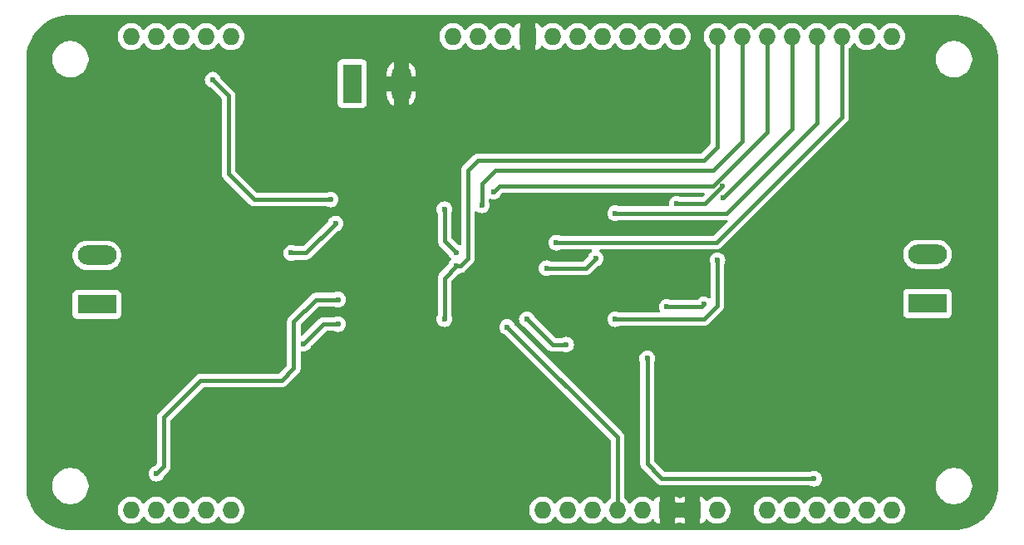
<source format=gbl>
%TF.GenerationSoftware,KiCad,Pcbnew,8.0.0*%
%TF.CreationDate,2024-05-08T19:05:44-04:00*%
%TF.ProjectId,DualHbridgeDaughterboardDesign,4475616c-4862-4726-9964-676544617567,rev?*%
%TF.SameCoordinates,Original*%
%TF.FileFunction,Copper,L2,Bot*%
%TF.FilePolarity,Positive*%
%FSLAX46Y46*%
G04 Gerber Fmt 4.6, Leading zero omitted, Abs format (unit mm)*
G04 Created by KiCad (PCBNEW 8.0.0) date 2024-05-08 19:05:44*
%MOMM*%
%LPD*%
G01*
G04 APERTURE LIST*
%TA.AperFunction,ComponentPad*%
%ADD10R,3.960000X1.980000*%
%TD*%
%TA.AperFunction,ComponentPad*%
%ADD11O,3.960000X1.980000*%
%TD*%
%TA.AperFunction,ComponentPad*%
%ADD12R,1.980000X3.960000*%
%TD*%
%TA.AperFunction,ComponentPad*%
%ADD13O,1.980000X3.960000*%
%TD*%
%TA.AperFunction,ComponentPad*%
%ADD14O,1.727200X1.727200*%
%TD*%
%TA.AperFunction,ComponentPad*%
%ADD15R,1.727200X1.727200*%
%TD*%
%TA.AperFunction,ViaPad*%
%ADD16C,0.600000*%
%TD*%
%TA.AperFunction,Conductor*%
%ADD17C,0.381000*%
%TD*%
G04 APERTURE END LIST*
D10*
%TO.P,J1,1,Pin_1*%
%TO.N,/POWB*%
X81200000Y-101500000D03*
D11*
%TO.P,J1,2,Pin_2*%
%TO.N,/POWA*%
X81200000Y-96500000D03*
%TD*%
D10*
%TO.P,J2,1,Pin_1*%
%TO.N,/POWD*%
X165800000Y-101400000D03*
D11*
%TO.P,J2,2,Pin_2*%
%TO.N,/POWC*%
X165800000Y-96400000D03*
%TD*%
D12*
%TO.P,J4,1,Pin_1*%
%TO.N,Vdrive*%
X107200000Y-79000000D03*
D13*
%TO.P,J4,2,Pin_2*%
%TO.N,GND*%
X112200000Y-79000000D03*
%TD*%
D14*
%TO.P,J3,0,GP0*%
%TO.N,unconnected-(J3-GP0-Pad0)*%
X84680000Y-122460000D03*
%TO.P,J3,1,GP1*%
%TO.N,unconnected-(J3-GP1-Pad1)*%
X162150000Y-122460000D03*
%TO.P,J3,2,GP2*%
%TO.N,ENB*%
X157070000Y-74200000D03*
%TO.P,J3,3,GP3*%
%TO.N,INB0*%
X154530000Y-74200000D03*
%TO.P,J3,4,GP4*%
%TO.N,INB1*%
X151990000Y-74200000D03*
%TO.P,J3,5,GP5*%
%TO.N,ENA*%
X149450000Y-74200000D03*
%TO.P,J3,6,GP6*%
%TO.N,INA0*%
X146910000Y-74200000D03*
%TO.P,J3,7,GP7*%
%TO.N,INA1*%
X144370000Y-74200000D03*
%TO.P,J3,8,GP8*%
%TO.N,unconnected-(J3-GP8-Pad8)*%
X140306000Y-74200000D03*
%TO.P,J3,9,GP9*%
%TO.N,unconnected-(J3-GP9-Pad9)*%
X137766000Y-74200000D03*
%TO.P,J3,10,GP10*%
%TO.N,unconnected-(J3-GP10-Pad10)*%
X135226000Y-74200000D03*
%TO.P,J3,11,GP11*%
%TO.N,unconnected-(J3-GP11-Pad11)*%
X132686000Y-74200000D03*
%TO.P,J3,12,GP12*%
%TO.N,unconnected-(J3-GP12-Pad12)*%
X130146000Y-74200000D03*
%TO.P,J3,13,GP13*%
%TO.N,unconnected-(J3-GP13-Pad13)*%
X127606000Y-74200000D03*
%TO.P,J3,14,GP14*%
%TO.N,unconnected-(J3-GP14-Pad14)*%
X149450000Y-122460000D03*
%TO.P,J3,15,GP15*%
%TO.N,unconnected-(J3-GP15-Pad15)*%
X151990000Y-122460000D03*
%TO.P,J3,16,GP16*%
%TO.N,unconnected-(J3-GP16-Pad16)*%
X154530000Y-122460000D03*
%TO.P,J3,17,GP17*%
%TO.N,unconnected-(J3-GP17-Pad17)*%
X157070000Y-122460000D03*
%TO.P,J3,18,GP18*%
%TO.N,unconnected-(J3-GP18-Pad18)*%
X159610000Y-122460000D03*
%TO.P,J3,21,GP21*%
%TO.N,unconnected-(J3-GP21-Pad21)*%
X92300000Y-74200000D03*
%TO.P,J3,22,VIN*%
%TO.N,unconnected-(J3-VIN-Pad22)*%
X144370000Y-122460000D03*
D15*
%TO.P,J3,23,GND*%
%TO.N,GND*%
X141830000Y-122460000D03*
%TO.P,J3,24,GND*%
X139290000Y-122460000D03*
D14*
%TO.P,J3,25,+5V*%
%TO.N,unconnected-(J3-+5V-Pad25)*%
X136750000Y-122460000D03*
%TO.P,J3,26,+3V3*%
%TO.N,+3V3*%
X134210000Y-122460000D03*
%TO.P,J3,27,~{RST}*%
%TO.N,unconnected-(J3-~{RST}-Pad27)*%
X131670000Y-122460000D03*
%TO.P,J3,28,IOREF*%
%TO.N,unconnected-(J3-IOREF-Pad28)*%
X129130000Y-122460000D03*
%TO.P,J3,29,NC*%
%TO.N,unconnected-(J3-NC-Pad29)*%
X126590000Y-122460000D03*
D15*
%TO.P,J3,30,GND*%
%TO.N,GND*%
X125066000Y-74200000D03*
D14*
%TO.P,J3,32,+3V3*%
%TO.N,+3V3*%
X122526000Y-74200000D03*
%TO.P,J3,35,GP35*%
%TO.N,unconnected-(J3-GP35-Pad35)*%
X94840000Y-122460000D03*
%TO.P,J3,36,GP36*%
%TO.N,unconnected-(J3-GP36-Pad36)*%
X92300000Y-122460000D03*
%TO.P,J3,37,GP37*%
%TO.N,unconnected-(J3-GP37-Pad37)*%
X89760000Y-122460000D03*
%TO.P,J3,38,GP38*%
%TO.N,unconnected-(J3-GP38-Pad38)*%
X87220000Y-122460000D03*
%TO.P,J3,39,GP39*%
%TO.N,unconnected-(J3-GP39-Pad39)*%
X87220000Y-74200000D03*
%TO.P,J3,40,TX_GP40*%
%TO.N,unconnected-(J3-TX_GP40-Pad40)*%
X162150000Y-74200000D03*
%TO.P,J3,41,RX_GP41*%
%TO.N,unconnected-(J3-RX_GP41-Pad41)*%
X159610000Y-74200000D03*
%TO.P,J3,42,GP42*%
%TO.N,unconnected-(J3-GP42-Pad42)*%
X84680000Y-74200000D03*
%TO.P,J3,45,GP45*%
%TO.N,unconnected-(J3-GP45-Pad45)*%
X89760000Y-74200000D03*
%TO.P,J3,46,GP46*%
%TO.N,unconnected-(J3-GP46-Pad46)*%
X94840000Y-74200000D03*
%TO.P,J3,47,SDA_GP47*%
%TO.N,unconnected-(J3-SDA_GP47-Pad47)*%
X119986000Y-74200000D03*
%TO.P,J3,48,SCL_GP48*%
%TO.N,unconnected-(J3-SCL_GP48-Pad48)*%
X117446000Y-74200000D03*
%TD*%
D16*
%TO.N,GND*%
X133000000Y-99500000D03*
X130000000Y-77600000D03*
X111400000Y-81600000D03*
X77200000Y-82400000D03*
X117500000Y-80000000D03*
X120904000Y-120650000D03*
X113800000Y-81600000D03*
X155600000Y-117800000D03*
X172500000Y-95000000D03*
X108600000Y-72600000D03*
X170000000Y-90000000D03*
X126500000Y-91500000D03*
X97500000Y-72500000D03*
X172500000Y-100000000D03*
X77400000Y-97600000D03*
X172400000Y-108600000D03*
X142500000Y-77500000D03*
X77000000Y-92600000D03*
X103200000Y-72600000D03*
X121000000Y-105500000D03*
X112500000Y-99500000D03*
X172500000Y-117500000D03*
X172500000Y-90000000D03*
X110000000Y-123500000D03*
X116000000Y-105500000D03*
X75000000Y-102500000D03*
X77400000Y-100000000D03*
X100000000Y-121000000D03*
X95000000Y-120000000D03*
X164200000Y-79400000D03*
X172500000Y-97500000D03*
X170000000Y-100000000D03*
X123698000Y-122428000D03*
X129500000Y-99500000D03*
X128500000Y-91500000D03*
X125000000Y-82400000D03*
X102500000Y-121000000D03*
X132500000Y-77500000D03*
X170000000Y-108600000D03*
X121000000Y-122400000D03*
X130000000Y-82600000D03*
X97500000Y-122500000D03*
X170000000Y-115000000D03*
X111200000Y-72600000D03*
X92500000Y-120000000D03*
X75000000Y-95000000D03*
X172500000Y-115000000D03*
X117500000Y-82500000D03*
X77200000Y-80800000D03*
X120000000Y-80000000D03*
X97500000Y-121000000D03*
X132500000Y-82500000D03*
X170000000Y-97500000D03*
X135000000Y-77600000D03*
X83000000Y-76400000D03*
X120000000Y-82500000D03*
X123698000Y-120650000D03*
X107000000Y-121000000D03*
X115000000Y-99500000D03*
X112500000Y-97000000D03*
X172500000Y-92500000D03*
X165000000Y-72500000D03*
X170000000Y-92500000D03*
X120000000Y-77500000D03*
X82500000Y-122500000D03*
X102500000Y-122500000D03*
X113800000Y-88800000D03*
X114808000Y-122500000D03*
X146400000Y-121000000D03*
X75000000Y-115000000D03*
X77000000Y-85000000D03*
X115000000Y-97000000D03*
X121000000Y-103500000D03*
X75000000Y-80200000D03*
X172500000Y-82500000D03*
X105000000Y-121000000D03*
X170000000Y-80800000D03*
X82500000Y-72500000D03*
X124500000Y-91500000D03*
X172400000Y-106200000D03*
X77400000Y-95000000D03*
X125000000Y-80000000D03*
X82500000Y-117500000D03*
X113800000Y-86200000D03*
X127400000Y-85000000D03*
X75000000Y-85000000D03*
X118500000Y-103500000D03*
X117500000Y-87500000D03*
X164200000Y-117500000D03*
X147200000Y-123400000D03*
X132600000Y-80200000D03*
X117500000Y-77500000D03*
X93600000Y-76000000D03*
X172500000Y-79200000D03*
X118500000Y-105500000D03*
X127500000Y-77500000D03*
X75000000Y-112500000D03*
X164200000Y-123200000D03*
X75000000Y-92500000D03*
X77000000Y-115000000D03*
X160600000Y-76000000D03*
X164200000Y-120000000D03*
X128000000Y-103000000D03*
X131500000Y-99500000D03*
X117500000Y-85000000D03*
X83000000Y-79200000D03*
X112268000Y-120904000D03*
X114808000Y-120904000D03*
X100000000Y-122500000D03*
X170000000Y-102500000D03*
X125000000Y-85000000D03*
X170000000Y-95000000D03*
X127500000Y-82500000D03*
X132500000Y-85000000D03*
X140000000Y-77600000D03*
X91600000Y-117200000D03*
X130000000Y-85000000D03*
X111400000Y-83600000D03*
X75000000Y-82500000D03*
X170000000Y-82500000D03*
X120000000Y-85000000D03*
X113800000Y-72600000D03*
X111400000Y-88800000D03*
X112268000Y-122428000D03*
X127400000Y-80000000D03*
X153000000Y-117600000D03*
X106200000Y-72600000D03*
X113800000Y-83600000D03*
X95000000Y-117500000D03*
X137500000Y-77500000D03*
X133500000Y-97000000D03*
X105000000Y-122500000D03*
X172500000Y-102500000D03*
X170000000Y-106200000D03*
X130000000Y-80000000D03*
X77000000Y-112600000D03*
X75000000Y-78800000D03*
X75000000Y-100000000D03*
X111400000Y-86200000D03*
X75000000Y-97500000D03*
X107000000Y-122500000D03*
X77250000Y-103500000D03*
X163800000Y-76000000D03*
X113800000Y-74600000D03*
%TO.N,INA0*%
X120400000Y-91400000D03*
%TO.N,INB1*%
X144400000Y-97000000D03*
X145000000Y-90600000D03*
X134000000Y-103000000D03*
%TO.N,ENB*%
X128000000Y-95200000D03*
%TO.N,INA1*%
X117800000Y-97600000D03*
X116600000Y-103000000D03*
%TO.N,ENA*%
X121600000Y-90000000D03*
%TO.N,+3V3*%
X123000000Y-103800000D03*
%TO.N,INB0*%
X134000000Y-92200000D03*
%TO.N,Net-(Q1-G)*%
X105500000Y-93250000D03*
X101000000Y-96250000D03*
%TO.N,Net-(Q2-G)*%
X102250000Y-105500000D03*
X105750000Y-103500000D03*
%TO.N,Net-(Q3-G)*%
X93000000Y-78600000D03*
X105000000Y-90800000D03*
%TO.N,Net-(Q4-G)*%
X105750000Y-101000000D03*
X87250000Y-118750000D03*
%TO.N,Net-(Q5-G)*%
X144938258Y-89438258D03*
X140250000Y-91250000D03*
%TO.N,Net-(Q7-G)*%
X143000000Y-101500000D03*
X139250000Y-101750000D03*
%TO.N,Net-(Q8-G)*%
X137250000Y-107000000D03*
X154250000Y-119250000D03*
%TO.N,Net-(U1-IN_B)*%
X117800000Y-96200000D03*
X116600000Y-91800000D03*
%TO.N,Net-(U5-IN_B)*%
X132000000Y-96800000D03*
X127000000Y-97800000D03*
%TO.N,Net-(U6-IN_B)*%
X129000000Y-105600000D03*
X125000000Y-103000000D03*
%TD*%
D17*
%TO.N,INA0*%
X144000000Y-87800000D02*
X121800000Y-87800000D01*
X121800000Y-87800000D02*
X120400000Y-89200000D01*
X146910000Y-84890000D02*
X144000000Y-87800000D01*
X120400000Y-89200000D02*
X120400000Y-89600000D01*
X120400000Y-89600000D02*
X120400000Y-91400000D01*
X146910000Y-74200000D02*
X146910000Y-84890000D01*
%TO.N,INB1*%
X144400000Y-97000000D02*
X144400000Y-101600000D01*
X143000000Y-103000000D02*
X134000000Y-103000000D01*
X143600000Y-102400000D02*
X143000000Y-103000000D01*
X151990000Y-74200000D02*
X151990000Y-83610000D01*
X151990000Y-83610000D02*
X145000000Y-90600000D01*
X144400000Y-101600000D02*
X143600000Y-102400000D01*
%TO.N,ENB*%
X157070000Y-82430000D02*
X157070000Y-74200000D01*
X128000000Y-95200000D02*
X144300000Y-95200000D01*
X144300000Y-95200000D02*
X157070000Y-82430000D01*
%TO.N,INA1*%
X116600000Y-98800000D02*
X116600000Y-103000000D01*
X144370000Y-85430000D02*
X143000000Y-86800000D01*
X119000000Y-87800000D02*
X119000000Y-96800000D01*
X117800000Y-97600000D02*
X116600000Y-98800000D01*
X144370000Y-74200000D02*
X144370000Y-85430000D01*
X143000000Y-86800000D02*
X120000000Y-86800000D01*
X119000000Y-96800000D02*
X118200000Y-97600000D01*
X118200000Y-97600000D02*
X117800000Y-97600000D01*
X120000000Y-86800000D02*
X119000000Y-87800000D01*
%TO.N,ENA*%
X144000000Y-89400000D02*
X149450000Y-83950000D01*
X122200000Y-89400000D02*
X144000000Y-89400000D01*
X121600000Y-90000000D02*
X122200000Y-89400000D01*
X149450000Y-83950000D02*
X149450000Y-74200000D01*
%TO.N,+3V3*%
X134210000Y-115010000D02*
X134210000Y-122460000D01*
X123000000Y-103800000D02*
X134210000Y-115010000D01*
%TO.N,INB0*%
X154530000Y-82970000D02*
X145300000Y-92200000D01*
X154530000Y-74200000D02*
X154530000Y-82970000D01*
X145300000Y-92200000D02*
X134000000Y-92200000D01*
%TO.N,Net-(Q1-G)*%
X102500000Y-96250000D02*
X101000000Y-96250000D01*
X105500000Y-93250000D02*
X102500000Y-96250000D01*
%TO.N,Net-(Q2-G)*%
X105750000Y-103500000D02*
X104250000Y-103500000D01*
X104250000Y-103500000D02*
X102250000Y-105500000D01*
%TO.N,Net-(Q3-G)*%
X94600000Y-88200000D02*
X96800000Y-90400000D01*
X94600000Y-86800000D02*
X94600000Y-88200000D01*
X94600000Y-80200000D02*
X94600000Y-86800000D01*
X96800000Y-90400000D02*
X97200000Y-90800000D01*
X93000000Y-78600000D02*
X94600000Y-80200000D01*
X97200000Y-90800000D02*
X105000000Y-90800000D01*
%TO.N,Net-(Q4-G)*%
X101250000Y-103250000D02*
X101250000Y-103750000D01*
X88000000Y-118000000D02*
X87750000Y-118250000D01*
X87750000Y-118250000D02*
X87250000Y-118750000D01*
X105750000Y-101000000D02*
X103500000Y-101000000D01*
X91750000Y-109250000D02*
X88000000Y-113000000D01*
X88000000Y-113500000D02*
X88000000Y-118000000D01*
X103500000Y-101000000D02*
X101250000Y-103250000D01*
X100000000Y-109250000D02*
X91750000Y-109250000D01*
X101250000Y-108000000D02*
X100000000Y-109250000D01*
X88000000Y-113000000D02*
X88000000Y-113500000D01*
X101250000Y-103750000D02*
X101250000Y-108000000D01*
%TO.N,Net-(Q5-G)*%
X143126516Y-91250000D02*
X140250000Y-91250000D01*
X144938258Y-89438258D02*
X143126516Y-91250000D01*
%TO.N,Net-(Q7-G)*%
X139250000Y-101750000D02*
X142750000Y-101750000D01*
X142750000Y-101750000D02*
X143000000Y-101500000D01*
%TO.N,Net-(Q8-G)*%
X137250000Y-117750000D02*
X138500000Y-119000000D01*
X138750000Y-119250000D02*
X154250000Y-119250000D01*
X138500000Y-119000000D02*
X138750000Y-119250000D01*
X137250000Y-107000000D02*
X137250000Y-117750000D01*
%TO.N,Net-(U1-IN_B)*%
X116600000Y-95000000D02*
X116600000Y-91800000D01*
X117800000Y-96200000D02*
X116600000Y-95000000D01*
%TO.N,Net-(U5-IN_B)*%
X127000000Y-97800000D02*
X131000000Y-97800000D01*
X131000000Y-97800000D02*
X132000000Y-96800000D01*
%TO.N,Net-(U6-IN_B)*%
X125000000Y-103000000D02*
X127600000Y-105600000D01*
X127600000Y-105600000D02*
X129000000Y-105600000D01*
%TD*%
%TA.AperFunction,Conductor*%
%TO.N,GND*%
G36*
X168502702Y-72000617D02*
G01*
X168886771Y-72017386D01*
X168897506Y-72018326D01*
X169275971Y-72068152D01*
X169286597Y-72070025D01*
X169659284Y-72152648D01*
X169669710Y-72155442D01*
X170033765Y-72270227D01*
X170043911Y-72273920D01*
X170396578Y-72420000D01*
X170406369Y-72424566D01*
X170744942Y-72600816D01*
X170754310Y-72606224D01*
X171076244Y-72811318D01*
X171085105Y-72817523D01*
X171387930Y-73049889D01*
X171396217Y-73056843D01*
X171677635Y-73314715D01*
X171685284Y-73322364D01*
X171943156Y-73603782D01*
X171950110Y-73612069D01*
X172182476Y-73914894D01*
X172188681Y-73923755D01*
X172393775Y-74245689D01*
X172399183Y-74255057D01*
X172575430Y-74593623D01*
X172580002Y-74603427D01*
X172726075Y-74956078D01*
X172729775Y-74966244D01*
X172844554Y-75330278D01*
X172847354Y-75340727D01*
X172929971Y-75713389D01*
X172931849Y-75724042D01*
X172981671Y-76102473D01*
X172982614Y-76113249D01*
X172999382Y-76497297D01*
X172999500Y-76502706D01*
X172999500Y-119997293D01*
X172999382Y-120002702D01*
X172982614Y-120386750D01*
X172981671Y-120397526D01*
X172931849Y-120775957D01*
X172929971Y-120786610D01*
X172847354Y-121159272D01*
X172844554Y-121169721D01*
X172729775Y-121533755D01*
X172726075Y-121543921D01*
X172580002Y-121896572D01*
X172575430Y-121906376D01*
X172399183Y-122244942D01*
X172393775Y-122254310D01*
X172188681Y-122576244D01*
X172182476Y-122585105D01*
X171950110Y-122887930D01*
X171943156Y-122896217D01*
X171685284Y-123177635D01*
X171677635Y-123185284D01*
X171396217Y-123443156D01*
X171387930Y-123450110D01*
X171085105Y-123682476D01*
X171076244Y-123688681D01*
X170754310Y-123893775D01*
X170744942Y-123899183D01*
X170406376Y-124075430D01*
X170396572Y-124080002D01*
X170043921Y-124226075D01*
X170033755Y-124229775D01*
X169669721Y-124344554D01*
X169659272Y-124347354D01*
X169286610Y-124429971D01*
X169275957Y-124431849D01*
X168897526Y-124481671D01*
X168886750Y-124482614D01*
X168502703Y-124499382D01*
X168497294Y-124499500D01*
X78502706Y-124499500D01*
X78497297Y-124499382D01*
X78113249Y-124482614D01*
X78102473Y-124481671D01*
X77724042Y-124431849D01*
X77713389Y-124429971D01*
X77340727Y-124347354D01*
X77330278Y-124344554D01*
X76966244Y-124229775D01*
X76956078Y-124226075D01*
X76603427Y-124080002D01*
X76593623Y-124075430D01*
X76255057Y-123899183D01*
X76245689Y-123893775D01*
X75923755Y-123688681D01*
X75914894Y-123682476D01*
X75612069Y-123450110D01*
X75603782Y-123443156D01*
X75322364Y-123185284D01*
X75314715Y-123177635D01*
X75056843Y-122896217D01*
X75049889Y-122887930D01*
X74817523Y-122585105D01*
X74811318Y-122576244D01*
X74737266Y-122460006D01*
X83311225Y-122460006D01*
X83329892Y-122685289D01*
X83385388Y-122904439D01*
X83476198Y-123111466D01*
X83599842Y-123300716D01*
X83599850Y-123300727D01*
X83752950Y-123467036D01*
X83752954Y-123467040D01*
X83931351Y-123605893D01*
X84130169Y-123713488D01*
X84130172Y-123713489D01*
X84343982Y-123786890D01*
X84343984Y-123786890D01*
X84343986Y-123786891D01*
X84566967Y-123824100D01*
X84566968Y-123824100D01*
X84793032Y-123824100D01*
X84793033Y-123824100D01*
X85016014Y-123786891D01*
X85229831Y-123713488D01*
X85428649Y-123605893D01*
X85607046Y-123467040D01*
X85760156Y-123300719D01*
X85846193Y-123169028D01*
X85899338Y-123123675D01*
X85968569Y-123114251D01*
X86031905Y-123143753D01*
X86053804Y-123169025D01*
X86139844Y-123300719D01*
X86139849Y-123300724D01*
X86139850Y-123300727D01*
X86292950Y-123467036D01*
X86292954Y-123467040D01*
X86471351Y-123605893D01*
X86670169Y-123713488D01*
X86670172Y-123713489D01*
X86883982Y-123786890D01*
X86883984Y-123786890D01*
X86883986Y-123786891D01*
X87106967Y-123824100D01*
X87106968Y-123824100D01*
X87333032Y-123824100D01*
X87333033Y-123824100D01*
X87556014Y-123786891D01*
X87769831Y-123713488D01*
X87968649Y-123605893D01*
X88147046Y-123467040D01*
X88300156Y-123300719D01*
X88386193Y-123169028D01*
X88439338Y-123123675D01*
X88508569Y-123114251D01*
X88571905Y-123143753D01*
X88593804Y-123169025D01*
X88679844Y-123300719D01*
X88679849Y-123300724D01*
X88679850Y-123300727D01*
X88832950Y-123467036D01*
X88832954Y-123467040D01*
X89011351Y-123605893D01*
X89210169Y-123713488D01*
X89210172Y-123713489D01*
X89423982Y-123786890D01*
X89423984Y-123786890D01*
X89423986Y-123786891D01*
X89646967Y-123824100D01*
X89646968Y-123824100D01*
X89873032Y-123824100D01*
X89873033Y-123824100D01*
X90096014Y-123786891D01*
X90309831Y-123713488D01*
X90508649Y-123605893D01*
X90687046Y-123467040D01*
X90840156Y-123300719D01*
X90926193Y-123169028D01*
X90979338Y-123123675D01*
X91048569Y-123114251D01*
X91111905Y-123143753D01*
X91133804Y-123169025D01*
X91219844Y-123300719D01*
X91219849Y-123300724D01*
X91219850Y-123300727D01*
X91372950Y-123467036D01*
X91372954Y-123467040D01*
X91551351Y-123605893D01*
X91750169Y-123713488D01*
X91750172Y-123713489D01*
X91963982Y-123786890D01*
X91963984Y-123786890D01*
X91963986Y-123786891D01*
X92186967Y-123824100D01*
X92186968Y-123824100D01*
X92413032Y-123824100D01*
X92413033Y-123824100D01*
X92636014Y-123786891D01*
X92849831Y-123713488D01*
X93048649Y-123605893D01*
X93227046Y-123467040D01*
X93380156Y-123300719D01*
X93466193Y-123169028D01*
X93519338Y-123123675D01*
X93588569Y-123114251D01*
X93651905Y-123143753D01*
X93673804Y-123169025D01*
X93759844Y-123300719D01*
X93759849Y-123300724D01*
X93759850Y-123300727D01*
X93912950Y-123467036D01*
X93912954Y-123467040D01*
X94091351Y-123605893D01*
X94290169Y-123713488D01*
X94290172Y-123713489D01*
X94503982Y-123786890D01*
X94503984Y-123786890D01*
X94503986Y-123786891D01*
X94726967Y-123824100D01*
X94726968Y-123824100D01*
X94953032Y-123824100D01*
X94953033Y-123824100D01*
X95176014Y-123786891D01*
X95389831Y-123713488D01*
X95588649Y-123605893D01*
X95767046Y-123467040D01*
X95920156Y-123300719D01*
X96043802Y-123111465D01*
X96134611Y-122904441D01*
X96190107Y-122685293D01*
X96199143Y-122576244D01*
X96208775Y-122460006D01*
X96208775Y-122459993D01*
X96195707Y-122302294D01*
X96190107Y-122234707D01*
X96134611Y-122015559D01*
X96043802Y-121808535D01*
X96009514Y-121756054D01*
X95920157Y-121619283D01*
X95920149Y-121619272D01*
X95767049Y-121452963D01*
X95767048Y-121452962D01*
X95767046Y-121452960D01*
X95588649Y-121314107D01*
X95562390Y-121299896D01*
X95389832Y-121206512D01*
X95389827Y-121206510D01*
X95176017Y-121133109D01*
X94994388Y-121102801D01*
X94953033Y-121095900D01*
X94726967Y-121095900D01*
X94685612Y-121102801D01*
X94503982Y-121133109D01*
X94290172Y-121206510D01*
X94290167Y-121206512D01*
X94091352Y-121314106D01*
X93912955Y-121452959D01*
X93912950Y-121452963D01*
X93759850Y-121619272D01*
X93759842Y-121619283D01*
X93673808Y-121750968D01*
X93620662Y-121796325D01*
X93551430Y-121805748D01*
X93488095Y-121776246D01*
X93466192Y-121750968D01*
X93380157Y-121619283D01*
X93380149Y-121619272D01*
X93227049Y-121452963D01*
X93227048Y-121452962D01*
X93227046Y-121452960D01*
X93048649Y-121314107D01*
X93022390Y-121299896D01*
X92849832Y-121206512D01*
X92849827Y-121206510D01*
X92636017Y-121133109D01*
X92454388Y-121102801D01*
X92413033Y-121095900D01*
X92186967Y-121095900D01*
X92145612Y-121102801D01*
X91963982Y-121133109D01*
X91750172Y-121206510D01*
X91750167Y-121206512D01*
X91551352Y-121314106D01*
X91372955Y-121452959D01*
X91372950Y-121452963D01*
X91219850Y-121619272D01*
X91219842Y-121619283D01*
X91133808Y-121750968D01*
X91080662Y-121796325D01*
X91011430Y-121805748D01*
X90948095Y-121776246D01*
X90926192Y-121750968D01*
X90840157Y-121619283D01*
X90840149Y-121619272D01*
X90687049Y-121452963D01*
X90687048Y-121452962D01*
X90687046Y-121452960D01*
X90508649Y-121314107D01*
X90482390Y-121299896D01*
X90309832Y-121206512D01*
X90309827Y-121206510D01*
X90096017Y-121133109D01*
X89914388Y-121102801D01*
X89873033Y-121095900D01*
X89646967Y-121095900D01*
X89605612Y-121102801D01*
X89423982Y-121133109D01*
X89210172Y-121206510D01*
X89210167Y-121206512D01*
X89011352Y-121314106D01*
X88832955Y-121452959D01*
X88832950Y-121452963D01*
X88679850Y-121619272D01*
X88679842Y-121619283D01*
X88593808Y-121750968D01*
X88540662Y-121796325D01*
X88471430Y-121805748D01*
X88408095Y-121776246D01*
X88386192Y-121750968D01*
X88300157Y-121619283D01*
X88300149Y-121619272D01*
X88147049Y-121452963D01*
X88147048Y-121452962D01*
X88147046Y-121452960D01*
X87968649Y-121314107D01*
X87942390Y-121299896D01*
X87769832Y-121206512D01*
X87769827Y-121206510D01*
X87556017Y-121133109D01*
X87374388Y-121102801D01*
X87333033Y-121095900D01*
X87106967Y-121095900D01*
X87065612Y-121102801D01*
X86883982Y-121133109D01*
X86670172Y-121206510D01*
X86670167Y-121206512D01*
X86471352Y-121314106D01*
X86292955Y-121452959D01*
X86292950Y-121452963D01*
X86139850Y-121619272D01*
X86139842Y-121619283D01*
X86053808Y-121750968D01*
X86000662Y-121796325D01*
X85931430Y-121805748D01*
X85868095Y-121776246D01*
X85846192Y-121750968D01*
X85760157Y-121619283D01*
X85760149Y-121619272D01*
X85607049Y-121452963D01*
X85607048Y-121452962D01*
X85607046Y-121452960D01*
X85428649Y-121314107D01*
X85402390Y-121299896D01*
X85229832Y-121206512D01*
X85229827Y-121206510D01*
X85016017Y-121133109D01*
X84834388Y-121102801D01*
X84793033Y-121095900D01*
X84566967Y-121095900D01*
X84525612Y-121102801D01*
X84343982Y-121133109D01*
X84130172Y-121206510D01*
X84130167Y-121206512D01*
X83931352Y-121314106D01*
X83752955Y-121452959D01*
X83752950Y-121452963D01*
X83599850Y-121619272D01*
X83599842Y-121619283D01*
X83476198Y-121808533D01*
X83385388Y-122015560D01*
X83329892Y-122234710D01*
X83311225Y-122459993D01*
X83311225Y-122460006D01*
X74737266Y-122460006D01*
X74694655Y-122393120D01*
X74606223Y-122254309D01*
X74600816Y-122244942D01*
X74481407Y-122015560D01*
X74424566Y-121906369D01*
X74419997Y-121896572D01*
X74273920Y-121543911D01*
X74270224Y-121533755D01*
X74155442Y-121169710D01*
X74152648Y-121159284D01*
X74070025Y-120786597D01*
X74068152Y-120775971D01*
X74018326Y-120397506D01*
X74017386Y-120386771D01*
X74005795Y-120121288D01*
X76649500Y-120121288D01*
X76681161Y-120361785D01*
X76743947Y-120596104D01*
X76836773Y-120820205D01*
X76836776Y-120820212D01*
X76958064Y-121030289D01*
X76958066Y-121030292D01*
X76958067Y-121030293D01*
X77105733Y-121222736D01*
X77105739Y-121222743D01*
X77277256Y-121394260D01*
X77277262Y-121394265D01*
X77469711Y-121541936D01*
X77679788Y-121663224D01*
X77903900Y-121756054D01*
X78138211Y-121818838D01*
X78318586Y-121842584D01*
X78378711Y-121850500D01*
X78378712Y-121850500D01*
X78621289Y-121850500D01*
X78669388Y-121844167D01*
X78861789Y-121818838D01*
X79096100Y-121756054D01*
X79320212Y-121663224D01*
X79530289Y-121541936D01*
X79722738Y-121394265D01*
X79894265Y-121222738D01*
X80041936Y-121030289D01*
X80163224Y-120820212D01*
X80256054Y-120596100D01*
X80318838Y-120361789D01*
X80350500Y-120121288D01*
X80350500Y-119878712D01*
X80318838Y-119638211D01*
X80256054Y-119403900D01*
X80163224Y-119179788D01*
X80041936Y-118969711D01*
X79894265Y-118777262D01*
X79894260Y-118777256D01*
X79867007Y-118750003D01*
X86444435Y-118750003D01*
X86464630Y-118929249D01*
X86464631Y-118929254D01*
X86524211Y-119099523D01*
X86574649Y-119179794D01*
X86620184Y-119252262D01*
X86747738Y-119379816D01*
X86900478Y-119475789D01*
X87070745Y-119535368D01*
X87070750Y-119535369D01*
X87249996Y-119555565D01*
X87250000Y-119555565D01*
X87250004Y-119555565D01*
X87429249Y-119535369D01*
X87429252Y-119535368D01*
X87429255Y-119535368D01*
X87599522Y-119475789D01*
X87752262Y-119379816D01*
X87879816Y-119252262D01*
X87975789Y-119099522D01*
X88019239Y-118975346D01*
X88048597Y-118928622D01*
X88180277Y-118796943D01*
X88180282Y-118796939D01*
X88190485Y-118786735D01*
X88190487Y-118786735D01*
X88536735Y-118440487D01*
X88612356Y-118327312D01*
X88664445Y-118201558D01*
X88674800Y-118149500D01*
X88680631Y-118120184D01*
X88691000Y-118068060D01*
X88691000Y-113337583D01*
X88710685Y-113270544D01*
X88727319Y-113249902D01*
X91999902Y-109977319D01*
X92061225Y-109943834D01*
X92087583Y-109941000D01*
X100068060Y-109941000D01*
X100157870Y-109923134D01*
X100201557Y-109914445D01*
X100327311Y-109862356D01*
X100440487Y-109786735D01*
X101786735Y-108440486D01*
X101862356Y-108327311D01*
X101914445Y-108201557D01*
X101941000Y-108068057D01*
X101941000Y-107931943D01*
X101941000Y-106409505D01*
X101960685Y-106342466D01*
X102013489Y-106296711D01*
X102078884Y-106286285D01*
X102249997Y-106305565D01*
X102250000Y-106305565D01*
X102250004Y-106305565D01*
X102429249Y-106285369D01*
X102429252Y-106285368D01*
X102429255Y-106285368D01*
X102599522Y-106225789D01*
X102752262Y-106129816D01*
X102879816Y-106002262D01*
X102975789Y-105849522D01*
X103019239Y-105725345D01*
X103048597Y-105678623D01*
X104499903Y-104227319D01*
X104561226Y-104193834D01*
X104587584Y-104191000D01*
X105309387Y-104191000D01*
X105375359Y-104210006D01*
X105400476Y-104225788D01*
X105400478Y-104225789D01*
X105570745Y-104285368D01*
X105570750Y-104285369D01*
X105749996Y-104305565D01*
X105750000Y-104305565D01*
X105750004Y-104305565D01*
X105929249Y-104285369D01*
X105929252Y-104285368D01*
X105929255Y-104285368D01*
X106099522Y-104225789D01*
X106252262Y-104129816D01*
X106379816Y-104002262D01*
X106475789Y-103849522D01*
X106535368Y-103679255D01*
X106537037Y-103664443D01*
X106555565Y-103500003D01*
X106555565Y-103499996D01*
X106535369Y-103320750D01*
X106535368Y-103320745D01*
X106475789Y-103150478D01*
X106381239Y-103000003D01*
X115794435Y-103000003D01*
X115814630Y-103179249D01*
X115814631Y-103179254D01*
X115874211Y-103349523D01*
X115937646Y-103450478D01*
X115970184Y-103502262D01*
X116097738Y-103629816D01*
X116176410Y-103679249D01*
X116225359Y-103710006D01*
X116250478Y-103725789D01*
X116374648Y-103769238D01*
X116420745Y-103785368D01*
X116420750Y-103785369D01*
X116599996Y-103805565D01*
X116600000Y-103805565D01*
X116600004Y-103805565D01*
X116649368Y-103800003D01*
X122194435Y-103800003D01*
X122214630Y-103979249D01*
X122214631Y-103979254D01*
X122274211Y-104149523D01*
X122323094Y-104227319D01*
X122370184Y-104302262D01*
X122497738Y-104429816D01*
X122650478Y-104525789D01*
X122774651Y-104569238D01*
X122821377Y-104598599D01*
X133482681Y-115259903D01*
X133516166Y-115321226D01*
X133519000Y-115347584D01*
X133519000Y-121209337D01*
X133499315Y-121276376D01*
X133465221Y-121310729D01*
X133465398Y-121310957D01*
X133463629Y-121312333D01*
X133462828Y-121313141D01*
X133461357Y-121314101D01*
X133282955Y-121452958D01*
X133282950Y-121452963D01*
X133129850Y-121619272D01*
X133129842Y-121619283D01*
X133043808Y-121750968D01*
X132990662Y-121796325D01*
X132921430Y-121805748D01*
X132858095Y-121776246D01*
X132836192Y-121750968D01*
X132750157Y-121619283D01*
X132750149Y-121619272D01*
X132597049Y-121452963D01*
X132597048Y-121452962D01*
X132597046Y-121452960D01*
X132418649Y-121314107D01*
X132392390Y-121299896D01*
X132219832Y-121206512D01*
X132219827Y-121206510D01*
X132006017Y-121133109D01*
X131824388Y-121102801D01*
X131783033Y-121095900D01*
X131556967Y-121095900D01*
X131515612Y-121102801D01*
X131333982Y-121133109D01*
X131120172Y-121206510D01*
X131120167Y-121206512D01*
X130921352Y-121314106D01*
X130742955Y-121452959D01*
X130742950Y-121452963D01*
X130589850Y-121619272D01*
X130589842Y-121619283D01*
X130503808Y-121750968D01*
X130450662Y-121796325D01*
X130381430Y-121805748D01*
X130318095Y-121776246D01*
X130296192Y-121750968D01*
X130210157Y-121619283D01*
X130210149Y-121619272D01*
X130057049Y-121452963D01*
X130057048Y-121452962D01*
X130057046Y-121452960D01*
X129878649Y-121314107D01*
X129852390Y-121299896D01*
X129679832Y-121206512D01*
X129679827Y-121206510D01*
X129466017Y-121133109D01*
X129284388Y-121102801D01*
X129243033Y-121095900D01*
X129016967Y-121095900D01*
X128975612Y-121102801D01*
X128793982Y-121133109D01*
X128580172Y-121206510D01*
X128580167Y-121206512D01*
X128381352Y-121314106D01*
X128202955Y-121452959D01*
X128202950Y-121452963D01*
X128049850Y-121619272D01*
X128049842Y-121619283D01*
X127963808Y-121750968D01*
X127910662Y-121796325D01*
X127841430Y-121805748D01*
X127778095Y-121776246D01*
X127756192Y-121750968D01*
X127670157Y-121619283D01*
X127670149Y-121619272D01*
X127517049Y-121452963D01*
X127517048Y-121452962D01*
X127517046Y-121452960D01*
X127338649Y-121314107D01*
X127312390Y-121299896D01*
X127139832Y-121206512D01*
X127139827Y-121206510D01*
X126926017Y-121133109D01*
X126744388Y-121102801D01*
X126703033Y-121095900D01*
X126476967Y-121095900D01*
X126435612Y-121102801D01*
X126253982Y-121133109D01*
X126040172Y-121206510D01*
X126040167Y-121206512D01*
X125841352Y-121314106D01*
X125662955Y-121452959D01*
X125662950Y-121452963D01*
X125509850Y-121619272D01*
X125509842Y-121619283D01*
X125386198Y-121808533D01*
X125295388Y-122015560D01*
X125239892Y-122234710D01*
X125221225Y-122459993D01*
X125221225Y-122460006D01*
X125239892Y-122685289D01*
X125295388Y-122904439D01*
X125386198Y-123111466D01*
X125509842Y-123300716D01*
X125509850Y-123300727D01*
X125662950Y-123467036D01*
X125662954Y-123467040D01*
X125841351Y-123605893D01*
X126040169Y-123713488D01*
X126040172Y-123713489D01*
X126253982Y-123786890D01*
X126253984Y-123786890D01*
X126253986Y-123786891D01*
X126476967Y-123824100D01*
X126476968Y-123824100D01*
X126703032Y-123824100D01*
X126703033Y-123824100D01*
X126926014Y-123786891D01*
X127139831Y-123713488D01*
X127338649Y-123605893D01*
X127517046Y-123467040D01*
X127670156Y-123300719D01*
X127756193Y-123169028D01*
X127809338Y-123123675D01*
X127878569Y-123114251D01*
X127941905Y-123143753D01*
X127963804Y-123169025D01*
X128049844Y-123300719D01*
X128049849Y-123300724D01*
X128049850Y-123300727D01*
X128202950Y-123467036D01*
X128202954Y-123467040D01*
X128381351Y-123605893D01*
X128580169Y-123713488D01*
X128580172Y-123713489D01*
X128793982Y-123786890D01*
X128793984Y-123786890D01*
X128793986Y-123786891D01*
X129016967Y-123824100D01*
X129016968Y-123824100D01*
X129243032Y-123824100D01*
X129243033Y-123824100D01*
X129466014Y-123786891D01*
X129679831Y-123713488D01*
X129878649Y-123605893D01*
X130057046Y-123467040D01*
X130210156Y-123300719D01*
X130296193Y-123169028D01*
X130349338Y-123123675D01*
X130418569Y-123114251D01*
X130481905Y-123143753D01*
X130503804Y-123169025D01*
X130589844Y-123300719D01*
X130589849Y-123300724D01*
X130589850Y-123300727D01*
X130742950Y-123467036D01*
X130742954Y-123467040D01*
X130921351Y-123605893D01*
X131120169Y-123713488D01*
X131120172Y-123713489D01*
X131333982Y-123786890D01*
X131333984Y-123786890D01*
X131333986Y-123786891D01*
X131556967Y-123824100D01*
X131556968Y-123824100D01*
X131783032Y-123824100D01*
X131783033Y-123824100D01*
X132006014Y-123786891D01*
X132219831Y-123713488D01*
X132418649Y-123605893D01*
X132597046Y-123467040D01*
X132750156Y-123300719D01*
X132836193Y-123169028D01*
X132889338Y-123123675D01*
X132958569Y-123114251D01*
X133021905Y-123143753D01*
X133043804Y-123169025D01*
X133129844Y-123300719D01*
X133129849Y-123300724D01*
X133129850Y-123300727D01*
X133282950Y-123467036D01*
X133282954Y-123467040D01*
X133461351Y-123605893D01*
X133660169Y-123713488D01*
X133660172Y-123713489D01*
X133873982Y-123786890D01*
X133873984Y-123786890D01*
X133873986Y-123786891D01*
X134096967Y-123824100D01*
X134096968Y-123824100D01*
X134323032Y-123824100D01*
X134323033Y-123824100D01*
X134546014Y-123786891D01*
X134759831Y-123713488D01*
X134958649Y-123605893D01*
X135137046Y-123467040D01*
X135290156Y-123300719D01*
X135376193Y-123169028D01*
X135429338Y-123123675D01*
X135498569Y-123114251D01*
X135561905Y-123143753D01*
X135583804Y-123169025D01*
X135669844Y-123300719D01*
X135669849Y-123300724D01*
X135669850Y-123300727D01*
X135822950Y-123467036D01*
X135822954Y-123467040D01*
X136001351Y-123605893D01*
X136200169Y-123713488D01*
X136200172Y-123713489D01*
X136413982Y-123786890D01*
X136413984Y-123786890D01*
X136413986Y-123786891D01*
X136636967Y-123824100D01*
X136636968Y-123824100D01*
X136863032Y-123824100D01*
X136863033Y-123824100D01*
X137086014Y-123786891D01*
X137299831Y-123713488D01*
X137498649Y-123605893D01*
X137677046Y-123467040D01*
X137731815Y-123407545D01*
X137791699Y-123371557D01*
X137861537Y-123373657D01*
X137919153Y-123413180D01*
X137939224Y-123448196D01*
X137983046Y-123565688D01*
X137983049Y-123565693D01*
X138069209Y-123680787D01*
X138069212Y-123680790D01*
X138184306Y-123766950D01*
X138184313Y-123766954D01*
X138319020Y-123817196D01*
X138319027Y-123817198D01*
X138378555Y-123823599D01*
X138378572Y-123823600D01*
X138540000Y-123823600D01*
X138540000Y-123210000D01*
X140040000Y-123210000D01*
X140040000Y-123823600D01*
X140201428Y-123823600D01*
X140201444Y-123823599D01*
X140260972Y-123817198D01*
X140260979Y-123817196D01*
X140395686Y-123766954D01*
X140395689Y-123766952D01*
X140485688Y-123699579D01*
X140551152Y-123675161D01*
X140619426Y-123690012D01*
X140634312Y-123699579D01*
X140724310Y-123766952D01*
X140724313Y-123766954D01*
X140859020Y-123817196D01*
X140859027Y-123817198D01*
X140918555Y-123823599D01*
X140918572Y-123823600D01*
X141080000Y-123823600D01*
X142580000Y-123823600D01*
X142741428Y-123823600D01*
X142741444Y-123823599D01*
X142800972Y-123817198D01*
X142800979Y-123817196D01*
X142935686Y-123766954D01*
X142935693Y-123766950D01*
X143050787Y-123680790D01*
X143050790Y-123680787D01*
X143136950Y-123565693D01*
X143136954Y-123565686D01*
X143180775Y-123448197D01*
X143222646Y-123392263D01*
X143288110Y-123367846D01*
X143356383Y-123382698D01*
X143388186Y-123407547D01*
X143442950Y-123467036D01*
X143442954Y-123467040D01*
X143621351Y-123605893D01*
X143820169Y-123713488D01*
X143820172Y-123713489D01*
X144033982Y-123786890D01*
X144033984Y-123786890D01*
X144033986Y-123786891D01*
X144256967Y-123824100D01*
X144256968Y-123824100D01*
X144483032Y-123824100D01*
X144483033Y-123824100D01*
X144706014Y-123786891D01*
X144919831Y-123713488D01*
X145118649Y-123605893D01*
X145297046Y-123467040D01*
X145450156Y-123300719D01*
X145573802Y-123111465D01*
X145664611Y-122904441D01*
X145720107Y-122685293D01*
X145729143Y-122576244D01*
X145738775Y-122460006D01*
X148081225Y-122460006D01*
X148099892Y-122685289D01*
X148155388Y-122904439D01*
X148246198Y-123111466D01*
X148369842Y-123300716D01*
X148369850Y-123300727D01*
X148522950Y-123467036D01*
X148522954Y-123467040D01*
X148701351Y-123605893D01*
X148900169Y-123713488D01*
X148900172Y-123713489D01*
X149113982Y-123786890D01*
X149113984Y-123786890D01*
X149113986Y-123786891D01*
X149336967Y-123824100D01*
X149336968Y-123824100D01*
X149563032Y-123824100D01*
X149563033Y-123824100D01*
X149786014Y-123786891D01*
X149999831Y-123713488D01*
X150198649Y-123605893D01*
X150377046Y-123467040D01*
X150530156Y-123300719D01*
X150616193Y-123169028D01*
X150669338Y-123123675D01*
X150738569Y-123114251D01*
X150801905Y-123143753D01*
X150823804Y-123169025D01*
X150909844Y-123300719D01*
X150909849Y-123300724D01*
X150909850Y-123300727D01*
X151062950Y-123467036D01*
X151062954Y-123467040D01*
X151241351Y-123605893D01*
X151440169Y-123713488D01*
X151440172Y-123713489D01*
X151653982Y-123786890D01*
X151653984Y-123786890D01*
X151653986Y-123786891D01*
X151876967Y-123824100D01*
X151876968Y-123824100D01*
X152103032Y-123824100D01*
X152103033Y-123824100D01*
X152326014Y-123786891D01*
X152539831Y-123713488D01*
X152738649Y-123605893D01*
X152917046Y-123467040D01*
X153070156Y-123300719D01*
X153156193Y-123169028D01*
X153209338Y-123123675D01*
X153278569Y-123114251D01*
X153341905Y-123143753D01*
X153363804Y-123169025D01*
X153449844Y-123300719D01*
X153449849Y-123300724D01*
X153449850Y-123300727D01*
X153602950Y-123467036D01*
X153602954Y-123467040D01*
X153781351Y-123605893D01*
X153980169Y-123713488D01*
X153980172Y-123713489D01*
X154193982Y-123786890D01*
X154193984Y-123786890D01*
X154193986Y-123786891D01*
X154416967Y-123824100D01*
X154416968Y-123824100D01*
X154643032Y-123824100D01*
X154643033Y-123824100D01*
X154866014Y-123786891D01*
X155079831Y-123713488D01*
X155278649Y-123605893D01*
X155457046Y-123467040D01*
X155610156Y-123300719D01*
X155696193Y-123169028D01*
X155749338Y-123123675D01*
X155818569Y-123114251D01*
X155881905Y-123143753D01*
X155903804Y-123169025D01*
X155989844Y-123300719D01*
X155989849Y-123300724D01*
X155989850Y-123300727D01*
X156142950Y-123467036D01*
X156142954Y-123467040D01*
X156321351Y-123605893D01*
X156520169Y-123713488D01*
X156520172Y-123713489D01*
X156733982Y-123786890D01*
X156733984Y-123786890D01*
X156733986Y-123786891D01*
X156956967Y-123824100D01*
X156956968Y-123824100D01*
X157183032Y-123824100D01*
X157183033Y-123824100D01*
X157406014Y-123786891D01*
X157619831Y-123713488D01*
X157818649Y-123605893D01*
X157997046Y-123467040D01*
X158150156Y-123300719D01*
X158236193Y-123169028D01*
X158289338Y-123123675D01*
X158358569Y-123114251D01*
X158421905Y-123143753D01*
X158443804Y-123169025D01*
X158529844Y-123300719D01*
X158529849Y-123300724D01*
X158529850Y-123300727D01*
X158682950Y-123467036D01*
X158682954Y-123467040D01*
X158861351Y-123605893D01*
X159060169Y-123713488D01*
X159060172Y-123713489D01*
X159273982Y-123786890D01*
X159273984Y-123786890D01*
X159273986Y-123786891D01*
X159496967Y-123824100D01*
X159496968Y-123824100D01*
X159723032Y-123824100D01*
X159723033Y-123824100D01*
X159946014Y-123786891D01*
X160159831Y-123713488D01*
X160358649Y-123605893D01*
X160537046Y-123467040D01*
X160690156Y-123300719D01*
X160776193Y-123169028D01*
X160829338Y-123123675D01*
X160898569Y-123114251D01*
X160961905Y-123143753D01*
X160983804Y-123169025D01*
X161069844Y-123300719D01*
X161069849Y-123300724D01*
X161069850Y-123300727D01*
X161222950Y-123467036D01*
X161222954Y-123467040D01*
X161401351Y-123605893D01*
X161600169Y-123713488D01*
X161600172Y-123713489D01*
X161813982Y-123786890D01*
X161813984Y-123786890D01*
X161813986Y-123786891D01*
X162036967Y-123824100D01*
X162036968Y-123824100D01*
X162263032Y-123824100D01*
X162263033Y-123824100D01*
X162486014Y-123786891D01*
X162699831Y-123713488D01*
X162898649Y-123605893D01*
X163077046Y-123467040D01*
X163230156Y-123300719D01*
X163353802Y-123111465D01*
X163444611Y-122904441D01*
X163500107Y-122685293D01*
X163509143Y-122576244D01*
X163518775Y-122460006D01*
X163518775Y-122459993D01*
X163505707Y-122302294D01*
X163500107Y-122234707D01*
X163444611Y-122015559D01*
X163353802Y-121808535D01*
X163319514Y-121756054D01*
X163230157Y-121619283D01*
X163230149Y-121619272D01*
X163077049Y-121452963D01*
X163077048Y-121452962D01*
X163077046Y-121452960D01*
X162898649Y-121314107D01*
X162872390Y-121299896D01*
X162699832Y-121206512D01*
X162699827Y-121206510D01*
X162486017Y-121133109D01*
X162304388Y-121102801D01*
X162263033Y-121095900D01*
X162036967Y-121095900D01*
X161995612Y-121102801D01*
X161813982Y-121133109D01*
X161600172Y-121206510D01*
X161600167Y-121206512D01*
X161401352Y-121314106D01*
X161222955Y-121452959D01*
X161222950Y-121452963D01*
X161069850Y-121619272D01*
X161069842Y-121619283D01*
X160983808Y-121750968D01*
X160930662Y-121796325D01*
X160861430Y-121805748D01*
X160798095Y-121776246D01*
X160776192Y-121750968D01*
X160690157Y-121619283D01*
X160690149Y-121619272D01*
X160537049Y-121452963D01*
X160537048Y-121452962D01*
X160537046Y-121452960D01*
X160358649Y-121314107D01*
X160332390Y-121299896D01*
X160159832Y-121206512D01*
X160159827Y-121206510D01*
X159946017Y-121133109D01*
X159764388Y-121102801D01*
X159723033Y-121095900D01*
X159496967Y-121095900D01*
X159455612Y-121102801D01*
X159273982Y-121133109D01*
X159060172Y-121206510D01*
X159060167Y-121206512D01*
X158861352Y-121314106D01*
X158682955Y-121452959D01*
X158682950Y-121452963D01*
X158529850Y-121619272D01*
X158529842Y-121619283D01*
X158443808Y-121750968D01*
X158390662Y-121796325D01*
X158321430Y-121805748D01*
X158258095Y-121776246D01*
X158236192Y-121750968D01*
X158150157Y-121619283D01*
X158150149Y-121619272D01*
X157997049Y-121452963D01*
X157997048Y-121452962D01*
X157997046Y-121452960D01*
X157818649Y-121314107D01*
X157792390Y-121299896D01*
X157619832Y-121206512D01*
X157619827Y-121206510D01*
X157406017Y-121133109D01*
X157224388Y-121102801D01*
X157183033Y-121095900D01*
X156956967Y-121095900D01*
X156915612Y-121102801D01*
X156733982Y-121133109D01*
X156520172Y-121206510D01*
X156520167Y-121206512D01*
X156321352Y-121314106D01*
X156142955Y-121452959D01*
X156142950Y-121452963D01*
X155989850Y-121619272D01*
X155989842Y-121619283D01*
X155903808Y-121750968D01*
X155850662Y-121796325D01*
X155781430Y-121805748D01*
X155718095Y-121776246D01*
X155696192Y-121750968D01*
X155610157Y-121619283D01*
X155610149Y-121619272D01*
X155457049Y-121452963D01*
X155457048Y-121452962D01*
X155457046Y-121452960D01*
X155278649Y-121314107D01*
X155252390Y-121299896D01*
X155079832Y-121206512D01*
X155079827Y-121206510D01*
X154866017Y-121133109D01*
X154684388Y-121102801D01*
X154643033Y-121095900D01*
X154416967Y-121095900D01*
X154375612Y-121102801D01*
X154193982Y-121133109D01*
X153980172Y-121206510D01*
X153980167Y-121206512D01*
X153781352Y-121314106D01*
X153602955Y-121452959D01*
X153602950Y-121452963D01*
X153449850Y-121619272D01*
X153449842Y-121619283D01*
X153363808Y-121750968D01*
X153310662Y-121796325D01*
X153241430Y-121805748D01*
X153178095Y-121776246D01*
X153156192Y-121750968D01*
X153070157Y-121619283D01*
X153070149Y-121619272D01*
X152917049Y-121452963D01*
X152917048Y-121452962D01*
X152917046Y-121452960D01*
X152738649Y-121314107D01*
X152712390Y-121299896D01*
X152539832Y-121206512D01*
X152539827Y-121206510D01*
X152326017Y-121133109D01*
X152144388Y-121102801D01*
X152103033Y-121095900D01*
X151876967Y-121095900D01*
X151835612Y-121102801D01*
X151653982Y-121133109D01*
X151440172Y-121206510D01*
X151440167Y-121206512D01*
X151241352Y-121314106D01*
X151062955Y-121452959D01*
X151062950Y-121452963D01*
X150909850Y-121619272D01*
X150909842Y-121619283D01*
X150823808Y-121750968D01*
X150770662Y-121796325D01*
X150701430Y-121805748D01*
X150638095Y-121776246D01*
X150616192Y-121750968D01*
X150530157Y-121619283D01*
X150530149Y-121619272D01*
X150377049Y-121452963D01*
X150377048Y-121452962D01*
X150377046Y-121452960D01*
X150198649Y-121314107D01*
X150172390Y-121299896D01*
X149999832Y-121206512D01*
X149999827Y-121206510D01*
X149786017Y-121133109D01*
X149604388Y-121102801D01*
X149563033Y-121095900D01*
X149336967Y-121095900D01*
X149295612Y-121102801D01*
X149113982Y-121133109D01*
X148900172Y-121206510D01*
X148900167Y-121206512D01*
X148701352Y-121314106D01*
X148522955Y-121452959D01*
X148522950Y-121452963D01*
X148369850Y-121619272D01*
X148369842Y-121619283D01*
X148246198Y-121808533D01*
X148155388Y-122015560D01*
X148099892Y-122234710D01*
X148081225Y-122459993D01*
X148081225Y-122460006D01*
X145738775Y-122460006D01*
X145738775Y-122459993D01*
X145725707Y-122302294D01*
X145720107Y-122234707D01*
X145664611Y-122015559D01*
X145573802Y-121808535D01*
X145539514Y-121756054D01*
X145450157Y-121619283D01*
X145450149Y-121619272D01*
X145297049Y-121452963D01*
X145297048Y-121452962D01*
X145297046Y-121452960D01*
X145118649Y-121314107D01*
X145092390Y-121299896D01*
X144919832Y-121206512D01*
X144919827Y-121206510D01*
X144706017Y-121133109D01*
X144524388Y-121102801D01*
X144483033Y-121095900D01*
X144256967Y-121095900D01*
X144215612Y-121102801D01*
X144033982Y-121133109D01*
X143820172Y-121206510D01*
X143820167Y-121206512D01*
X143621352Y-121314106D01*
X143442955Y-121452958D01*
X143388186Y-121512453D01*
X143328298Y-121548443D01*
X143258460Y-121546342D01*
X143200845Y-121506817D01*
X143180775Y-121471802D01*
X143136954Y-121354313D01*
X143136950Y-121354306D01*
X143050790Y-121239212D01*
X143050787Y-121239209D01*
X142935693Y-121153049D01*
X142935686Y-121153045D01*
X142800979Y-121102803D01*
X142800972Y-121102801D01*
X142741444Y-121096400D01*
X142580000Y-121096400D01*
X142580000Y-123823600D01*
X141080000Y-123823600D01*
X141080000Y-123210000D01*
X140040000Y-123210000D01*
X138540000Y-123210000D01*
X138540000Y-122526880D01*
X138782000Y-122526880D01*
X138816619Y-122656081D01*
X138883498Y-122771920D01*
X138978080Y-122866502D01*
X139093919Y-122933381D01*
X139223120Y-122968000D01*
X139356880Y-122968000D01*
X139486081Y-122933381D01*
X139601920Y-122866502D01*
X139696502Y-122771920D01*
X139763381Y-122656081D01*
X139798000Y-122526880D01*
X141322000Y-122526880D01*
X141356619Y-122656081D01*
X141423498Y-122771920D01*
X141518080Y-122866502D01*
X141633919Y-122933381D01*
X141763120Y-122968000D01*
X141896880Y-122968000D01*
X142026081Y-122933381D01*
X142141920Y-122866502D01*
X142236502Y-122771920D01*
X142303381Y-122656081D01*
X142338000Y-122526880D01*
X142338000Y-122393120D01*
X142303381Y-122263919D01*
X142236502Y-122148080D01*
X142141920Y-122053498D01*
X142026081Y-121986619D01*
X141896880Y-121952000D01*
X141763120Y-121952000D01*
X141633919Y-121986619D01*
X141518080Y-122053498D01*
X141423498Y-122148080D01*
X141356619Y-122263919D01*
X141322000Y-122393120D01*
X141322000Y-122526880D01*
X139798000Y-122526880D01*
X139798000Y-122393120D01*
X139763381Y-122263919D01*
X139696502Y-122148080D01*
X139601920Y-122053498D01*
X139486081Y-121986619D01*
X139356880Y-121952000D01*
X139223120Y-121952000D01*
X139093919Y-121986619D01*
X138978080Y-122053498D01*
X138883498Y-122148080D01*
X138816619Y-122263919D01*
X138782000Y-122393120D01*
X138782000Y-122526880D01*
X138540000Y-122526880D01*
X138540000Y-121096400D01*
X140040000Y-121096400D01*
X140040000Y-121710000D01*
X141080000Y-121710000D01*
X141080000Y-121096400D01*
X140918555Y-121096400D01*
X140859027Y-121102801D01*
X140859020Y-121102803D01*
X140724313Y-121153045D01*
X140724311Y-121153047D01*
X140634311Y-121220421D01*
X140568847Y-121244838D01*
X140500574Y-121229987D01*
X140485689Y-121220421D01*
X140395688Y-121153047D01*
X140395686Y-121153045D01*
X140260979Y-121102803D01*
X140260972Y-121102801D01*
X140201444Y-121096400D01*
X140040000Y-121096400D01*
X138540000Y-121096400D01*
X138378555Y-121096400D01*
X138319027Y-121102801D01*
X138319020Y-121102803D01*
X138184313Y-121153045D01*
X138184306Y-121153049D01*
X138069212Y-121239209D01*
X138069209Y-121239212D01*
X137983049Y-121354306D01*
X137983046Y-121354312D01*
X137939224Y-121471803D01*
X137897352Y-121527736D01*
X137831887Y-121552153D01*
X137763615Y-121537301D01*
X137731813Y-121512452D01*
X137677049Y-121452963D01*
X137677048Y-121452962D01*
X137677046Y-121452960D01*
X137498649Y-121314107D01*
X137472390Y-121299896D01*
X137299832Y-121206512D01*
X137299827Y-121206510D01*
X137086017Y-121133109D01*
X136904388Y-121102801D01*
X136863033Y-121095900D01*
X136636967Y-121095900D01*
X136595612Y-121102801D01*
X136413982Y-121133109D01*
X136200172Y-121206510D01*
X136200167Y-121206512D01*
X136001352Y-121314106D01*
X135822955Y-121452959D01*
X135822950Y-121452963D01*
X135669850Y-121619272D01*
X135669842Y-121619283D01*
X135583808Y-121750968D01*
X135530662Y-121796325D01*
X135461430Y-121805748D01*
X135398095Y-121776246D01*
X135376192Y-121750968D01*
X135290157Y-121619283D01*
X135290149Y-121619272D01*
X135137049Y-121452963D01*
X135137044Y-121452958D01*
X134958642Y-121314101D01*
X134957172Y-121313141D01*
X134956705Y-121312594D01*
X134954602Y-121310957D01*
X134954938Y-121310524D01*
X134911818Y-121259992D01*
X134901000Y-121209337D01*
X134901000Y-120121288D01*
X166649500Y-120121288D01*
X166681161Y-120361785D01*
X166743947Y-120596104D01*
X166836773Y-120820205D01*
X166836776Y-120820212D01*
X166958064Y-121030289D01*
X166958066Y-121030292D01*
X166958067Y-121030293D01*
X167105733Y-121222736D01*
X167105739Y-121222743D01*
X167277256Y-121394260D01*
X167277262Y-121394265D01*
X167469711Y-121541936D01*
X167679788Y-121663224D01*
X167903900Y-121756054D01*
X168138211Y-121818838D01*
X168318586Y-121842584D01*
X168378711Y-121850500D01*
X168378712Y-121850500D01*
X168621289Y-121850500D01*
X168669388Y-121844167D01*
X168861789Y-121818838D01*
X169096100Y-121756054D01*
X169320212Y-121663224D01*
X169530289Y-121541936D01*
X169722738Y-121394265D01*
X169894265Y-121222738D01*
X170041936Y-121030289D01*
X170163224Y-120820212D01*
X170256054Y-120596100D01*
X170318838Y-120361789D01*
X170350500Y-120121288D01*
X170350500Y-119878712D01*
X170318838Y-119638211D01*
X170256054Y-119403900D01*
X170163224Y-119179788D01*
X170041936Y-118969711D01*
X169894265Y-118777262D01*
X169894260Y-118777256D01*
X169722743Y-118605739D01*
X169722736Y-118605733D01*
X169530293Y-118458067D01*
X169530292Y-118458066D01*
X169530289Y-118458064D01*
X169320212Y-118336776D01*
X169320205Y-118336773D01*
X169096104Y-118243947D01*
X168896590Y-118190487D01*
X168861789Y-118181162D01*
X168861788Y-118181161D01*
X168861785Y-118181161D01*
X168621289Y-118149500D01*
X168621288Y-118149500D01*
X168378712Y-118149500D01*
X168378711Y-118149500D01*
X168138214Y-118181161D01*
X167903895Y-118243947D01*
X167679794Y-118336773D01*
X167679785Y-118336777D01*
X167469706Y-118458067D01*
X167277263Y-118605733D01*
X167277256Y-118605739D01*
X167105739Y-118777256D01*
X167105733Y-118777263D01*
X166958067Y-118969706D01*
X166958064Y-118969710D01*
X166958064Y-118969711D01*
X166941817Y-118997851D01*
X166836777Y-119179785D01*
X166836773Y-119179794D01*
X166743947Y-119403895D01*
X166681161Y-119638214D01*
X166649500Y-119878711D01*
X166649500Y-120121288D01*
X134901000Y-120121288D01*
X134901000Y-114941939D01*
X134874446Y-114808448D01*
X134874445Y-114808447D01*
X134874445Y-114808443D01*
X134874443Y-114808438D01*
X134822357Y-114682690D01*
X134822355Y-114682687D01*
X134746736Y-114569514D01*
X134746730Y-114569507D01*
X127177225Y-107000003D01*
X136444435Y-107000003D01*
X136464630Y-107179249D01*
X136464631Y-107179254D01*
X136524211Y-107349524D01*
X136539993Y-107374639D01*
X136559000Y-107440612D01*
X136559000Y-117818062D01*
X136584137Y-117944432D01*
X136585554Y-117951556D01*
X136637644Y-118077312D01*
X136713263Y-118190485D01*
X136713269Y-118190492D01*
X137958924Y-119436145D01*
X137958945Y-119436168D01*
X138309509Y-119786732D01*
X138309513Y-119786735D01*
X138422681Y-119862352D01*
X138422685Y-119862354D01*
X138422688Y-119862356D01*
X138548442Y-119914445D01*
X138567439Y-119918223D01*
X138623905Y-119929455D01*
X138681941Y-119941000D01*
X138681942Y-119941000D01*
X153809387Y-119941000D01*
X153875359Y-119960006D01*
X153900476Y-119975788D01*
X153900478Y-119975789D01*
X153977391Y-120002702D01*
X154070745Y-120035368D01*
X154070750Y-120035369D01*
X154249996Y-120055565D01*
X154250000Y-120055565D01*
X154250004Y-120055565D01*
X154429249Y-120035369D01*
X154429252Y-120035368D01*
X154429255Y-120035368D01*
X154599522Y-119975789D01*
X154752262Y-119879816D01*
X154879816Y-119752262D01*
X154975789Y-119599522D01*
X155035368Y-119429255D01*
X155038225Y-119403900D01*
X155055565Y-119250003D01*
X155055565Y-119249996D01*
X155035369Y-119070750D01*
X155035368Y-119070745D01*
X155001987Y-118975348D01*
X154975789Y-118900478D01*
X154879816Y-118747738D01*
X154752262Y-118620184D01*
X154729267Y-118605735D01*
X154599523Y-118524211D01*
X154429254Y-118464631D01*
X154429249Y-118464630D01*
X154250004Y-118444435D01*
X154249996Y-118444435D01*
X154070750Y-118464630D01*
X154070745Y-118464631D01*
X153900476Y-118524211D01*
X153875359Y-118539994D01*
X153809387Y-118559000D01*
X139087584Y-118559000D01*
X139020545Y-118539315D01*
X138999907Y-118522685D01*
X138940487Y-118463265D01*
X138940486Y-118463264D01*
X138936156Y-118458934D01*
X138936145Y-118458924D01*
X137977319Y-117500097D01*
X137943834Y-117438774D01*
X137941000Y-117412416D01*
X137941000Y-107440612D01*
X137960007Y-107374639D01*
X137975788Y-107349524D01*
X138035368Y-107179254D01*
X138035369Y-107179249D01*
X138055565Y-107000003D01*
X138055565Y-106999996D01*
X138035369Y-106820750D01*
X138035368Y-106820745D01*
X137975788Y-106650476D01*
X137879815Y-106497737D01*
X137752262Y-106370184D01*
X137599523Y-106274211D01*
X137429254Y-106214631D01*
X137429249Y-106214630D01*
X137250004Y-106194435D01*
X137249996Y-106194435D01*
X137070750Y-106214630D01*
X137070745Y-106214631D01*
X136900476Y-106274211D01*
X136747737Y-106370184D01*
X136620184Y-106497737D01*
X136524211Y-106650476D01*
X136464631Y-106820745D01*
X136464630Y-106820750D01*
X136444435Y-106999996D01*
X136444435Y-107000003D01*
X127177225Y-107000003D01*
X123798599Y-103621377D01*
X123769238Y-103574650D01*
X123755971Y-103536736D01*
X123725789Y-103450478D01*
X123629816Y-103297738D01*
X123502262Y-103170184D01*
X123470897Y-103150476D01*
X123349523Y-103074211D01*
X123179254Y-103014631D01*
X123179249Y-103014630D01*
X123049424Y-103000003D01*
X124194435Y-103000003D01*
X124214630Y-103179249D01*
X124214631Y-103179254D01*
X124274211Y-103349523D01*
X124337646Y-103450478D01*
X124370184Y-103502262D01*
X124497738Y-103629816D01*
X124576410Y-103679249D01*
X124625359Y-103710006D01*
X124650478Y-103725789D01*
X124774651Y-103769238D01*
X124821377Y-103798599D01*
X127159507Y-106136730D01*
X127159510Y-106136733D01*
X127245869Y-106194436D01*
X127245868Y-106194436D01*
X127272689Y-106212356D01*
X127272690Y-106212357D01*
X127339350Y-106239968D01*
X127398443Y-106264445D01*
X127398447Y-106264445D01*
X127398448Y-106264446D01*
X127531939Y-106291000D01*
X127531942Y-106291000D01*
X128559387Y-106291000D01*
X128625359Y-106310006D01*
X128650476Y-106325788D01*
X128650478Y-106325789D01*
X128777352Y-106370184D01*
X128820745Y-106385368D01*
X128820750Y-106385369D01*
X128999996Y-106405565D01*
X129000000Y-106405565D01*
X129000004Y-106405565D01*
X129179249Y-106385369D01*
X129179252Y-106385368D01*
X129179255Y-106385368D01*
X129349522Y-106325789D01*
X129502262Y-106229816D01*
X129629816Y-106102262D01*
X129725789Y-105949522D01*
X129785368Y-105779255D01*
X129805565Y-105600000D01*
X129785368Y-105420745D01*
X129725789Y-105250478D01*
X129629816Y-105097738D01*
X129502262Y-104970184D01*
X129349523Y-104874211D01*
X129179254Y-104814631D01*
X129179249Y-104814630D01*
X129000004Y-104794435D01*
X128999996Y-104794435D01*
X128820750Y-104814630D01*
X128820745Y-104814631D01*
X128650476Y-104874211D01*
X128625359Y-104889994D01*
X128559387Y-104909000D01*
X127937584Y-104909000D01*
X127870545Y-104889315D01*
X127849903Y-104872681D01*
X125977225Y-103000003D01*
X133194435Y-103000003D01*
X133214630Y-103179249D01*
X133214631Y-103179254D01*
X133274211Y-103349523D01*
X133337646Y-103450478D01*
X133370184Y-103502262D01*
X133497738Y-103629816D01*
X133576410Y-103679249D01*
X133625359Y-103710006D01*
X133650478Y-103725789D01*
X133774648Y-103769238D01*
X133820745Y-103785368D01*
X133820750Y-103785369D01*
X133999996Y-103805565D01*
X134000000Y-103805565D01*
X134000004Y-103805565D01*
X134179249Y-103785369D01*
X134179252Y-103785368D01*
X134179255Y-103785368D01*
X134349522Y-103725789D01*
X134361299Y-103718388D01*
X134374641Y-103710006D01*
X134440613Y-103691000D01*
X143068060Y-103691000D01*
X143157870Y-103673134D01*
X143201557Y-103664445D01*
X143327311Y-103612356D01*
X143339793Y-103604015D01*
X143348134Y-103598443D01*
X143409563Y-103557397D01*
X143440487Y-103536735D01*
X144136735Y-102840487D01*
X144136735Y-102840486D01*
X144539351Y-102437870D01*
X163319500Y-102437870D01*
X163319501Y-102437876D01*
X163325908Y-102497483D01*
X163376202Y-102632328D01*
X163376206Y-102632335D01*
X163462452Y-102747544D01*
X163462455Y-102747547D01*
X163577664Y-102833793D01*
X163577671Y-102833797D01*
X163712517Y-102884091D01*
X163712516Y-102884091D01*
X163719444Y-102884835D01*
X163772127Y-102890500D01*
X167827872Y-102890499D01*
X167887483Y-102884091D01*
X168022331Y-102833796D01*
X168137546Y-102747546D01*
X168223796Y-102632331D01*
X168274091Y-102497483D01*
X168280500Y-102437873D01*
X168280499Y-100362128D01*
X168274091Y-100302517D01*
X168269420Y-100289994D01*
X168223797Y-100167671D01*
X168223793Y-100167664D01*
X168137547Y-100052455D01*
X168137544Y-100052452D01*
X168022335Y-99966206D01*
X168022328Y-99966202D01*
X167887482Y-99915908D01*
X167887483Y-99915908D01*
X167827883Y-99909501D01*
X167827881Y-99909500D01*
X167827873Y-99909500D01*
X167827864Y-99909500D01*
X163772129Y-99909500D01*
X163772123Y-99909501D01*
X163712516Y-99915908D01*
X163577671Y-99966202D01*
X163577664Y-99966206D01*
X163462455Y-100052452D01*
X163462452Y-100052455D01*
X163376206Y-100167664D01*
X163376202Y-100167671D01*
X163325908Y-100302517D01*
X163319501Y-100362116D01*
X163319501Y-100362123D01*
X163319500Y-100362135D01*
X163319500Y-102437870D01*
X144539351Y-102437870D01*
X144936735Y-102040486D01*
X145012356Y-101927311D01*
X145064445Y-101801557D01*
X145074700Y-101750003D01*
X145091000Y-101668060D01*
X145091000Y-97440612D01*
X145110007Y-97374639D01*
X145125788Y-97349524D01*
X145143909Y-97297737D01*
X145185368Y-97179255D01*
X145194553Y-97097737D01*
X145205565Y-97000003D01*
X145205565Y-96999996D01*
X145185369Y-96820750D01*
X145185368Y-96820745D01*
X145125788Y-96650476D01*
X145062353Y-96549520D01*
X145042110Y-96517304D01*
X163319500Y-96517304D01*
X163356201Y-96749027D01*
X163428697Y-96972150D01*
X163450343Y-97014632D01*
X163534223Y-97179255D01*
X163535212Y-97181195D01*
X163673104Y-97370989D01*
X163673108Y-97370994D01*
X163839005Y-97536891D01*
X163839010Y-97536895D01*
X163954421Y-97620745D01*
X164028808Y-97674790D01*
X164237847Y-97781301D01*
X164237849Y-97781302D01*
X164295406Y-97800003D01*
X164460974Y-97853799D01*
X164692695Y-97890500D01*
X164692696Y-97890500D01*
X166907304Y-97890500D01*
X166907305Y-97890500D01*
X167139026Y-97853799D01*
X167362153Y-97781301D01*
X167571192Y-97674790D01*
X167760996Y-97536890D01*
X167926890Y-97370996D01*
X168064790Y-97181192D01*
X168171301Y-96972153D01*
X168243799Y-96749026D01*
X168280500Y-96517305D01*
X168280500Y-96282695D01*
X168243799Y-96050974D01*
X168194900Y-95900478D01*
X168171302Y-95827849D01*
X168130483Y-95747738D01*
X168064790Y-95618808D01*
X168007529Y-95539994D01*
X167926895Y-95429010D01*
X167926891Y-95429005D01*
X167760994Y-95263108D01*
X167760989Y-95263104D01*
X167571195Y-95125212D01*
X167571194Y-95125211D01*
X167571192Y-95125210D01*
X167416129Y-95046201D01*
X167362150Y-95018697D01*
X167139027Y-94946201D01*
X167023165Y-94927850D01*
X166907305Y-94909500D01*
X164692695Y-94909500D01*
X164615454Y-94921733D01*
X164460972Y-94946201D01*
X164237849Y-95018697D01*
X164028804Y-95125212D01*
X163839010Y-95263104D01*
X163839005Y-95263108D01*
X163673108Y-95429005D01*
X163673104Y-95429010D01*
X163535212Y-95618804D01*
X163428697Y-95827849D01*
X163356201Y-96050972D01*
X163319500Y-96282695D01*
X163319500Y-96517304D01*
X145042110Y-96517304D01*
X145029816Y-96497738D01*
X144902262Y-96370184D01*
X144749523Y-96274211D01*
X144579254Y-96214631D01*
X144579249Y-96214630D01*
X144400004Y-96194435D01*
X144399996Y-96194435D01*
X144220750Y-96214630D01*
X144220745Y-96214631D01*
X144050476Y-96274211D01*
X143897737Y-96370184D01*
X143770184Y-96497737D01*
X143674211Y-96650476D01*
X143614631Y-96820745D01*
X143614630Y-96820750D01*
X143594435Y-96999996D01*
X143594435Y-97000003D01*
X143614630Y-97179249D01*
X143614631Y-97179254D01*
X143674211Y-97349524D01*
X143689993Y-97374639D01*
X143709000Y-97440612D01*
X143709000Y-100777563D01*
X143689315Y-100844602D01*
X143636511Y-100890357D01*
X143567353Y-100900301D01*
X143507690Y-100874512D01*
X143502266Y-100870186D01*
X143349523Y-100774211D01*
X143179254Y-100714631D01*
X143179249Y-100714630D01*
X143000004Y-100694435D01*
X142999996Y-100694435D01*
X142820750Y-100714630D01*
X142820745Y-100714631D01*
X142650476Y-100774211D01*
X142497737Y-100870184D01*
X142370184Y-100997737D01*
X142368154Y-101000969D01*
X142366295Y-101002612D01*
X142365837Y-101003188D01*
X142365736Y-101003107D01*
X142315821Y-101047261D01*
X142263158Y-101059000D01*
X139690613Y-101059000D01*
X139624641Y-101039994D01*
X139599523Y-101024211D01*
X139429254Y-100964631D01*
X139429249Y-100964630D01*
X139250004Y-100944435D01*
X139249996Y-100944435D01*
X139070750Y-100964630D01*
X139070745Y-100964631D01*
X138900476Y-101024211D01*
X138747737Y-101120184D01*
X138620184Y-101247737D01*
X138524211Y-101400476D01*
X138464631Y-101570745D01*
X138464630Y-101570750D01*
X138444435Y-101749996D01*
X138444435Y-101750003D01*
X138464630Y-101929249D01*
X138464631Y-101929254D01*
X138524211Y-102099523D01*
X138536467Y-102119028D01*
X138555467Y-102186265D01*
X138535099Y-102253100D01*
X138481831Y-102298314D01*
X138431473Y-102309000D01*
X134440613Y-102309000D01*
X134374641Y-102289994D01*
X134349523Y-102274211D01*
X134179254Y-102214631D01*
X134179249Y-102214630D01*
X134000004Y-102194435D01*
X133999996Y-102194435D01*
X133820750Y-102214630D01*
X133820745Y-102214631D01*
X133650476Y-102274211D01*
X133497737Y-102370184D01*
X133370184Y-102497737D01*
X133274211Y-102650476D01*
X133214631Y-102820745D01*
X133214630Y-102820750D01*
X133194435Y-102999996D01*
X133194435Y-103000003D01*
X125977225Y-103000003D01*
X125798599Y-102821377D01*
X125769238Y-102774650D01*
X125769084Y-102774211D01*
X125725789Y-102650478D01*
X125714386Y-102632331D01*
X125655036Y-102537876D01*
X125629816Y-102497738D01*
X125502262Y-102370184D01*
X125349523Y-102274211D01*
X125179254Y-102214631D01*
X125179249Y-102214630D01*
X125000004Y-102194435D01*
X124999996Y-102194435D01*
X124820750Y-102214630D01*
X124820745Y-102214631D01*
X124650476Y-102274211D01*
X124497737Y-102370184D01*
X124370184Y-102497737D01*
X124274211Y-102650476D01*
X124214631Y-102820745D01*
X124214630Y-102820750D01*
X124194435Y-102999996D01*
X124194435Y-103000003D01*
X123049424Y-103000003D01*
X123000004Y-102994435D01*
X122999996Y-102994435D01*
X122820750Y-103014630D01*
X122820745Y-103014631D01*
X122650476Y-103074211D01*
X122497737Y-103170184D01*
X122370184Y-103297737D01*
X122274211Y-103450476D01*
X122214631Y-103620745D01*
X122214630Y-103620750D01*
X122194435Y-103799996D01*
X122194435Y-103800003D01*
X116649368Y-103800003D01*
X116779249Y-103785369D01*
X116779252Y-103785368D01*
X116779255Y-103785368D01*
X116949522Y-103725789D01*
X117102262Y-103629816D01*
X117229816Y-103502262D01*
X117325789Y-103349522D01*
X117385368Y-103179255D01*
X117386390Y-103170184D01*
X117405565Y-103000003D01*
X117405565Y-102999996D01*
X117385369Y-102820750D01*
X117385366Y-102820737D01*
X117325790Y-102650480D01*
X117325787Y-102650476D01*
X117310005Y-102625357D01*
X117291000Y-102559387D01*
X117291000Y-99137583D01*
X117310685Y-99070544D01*
X117327315Y-99049906D01*
X117978623Y-98398597D01*
X118025345Y-98369239D01*
X118149522Y-98325789D01*
X118161299Y-98318388D01*
X118174641Y-98310006D01*
X118240613Y-98291000D01*
X118268060Y-98291000D01*
X118357870Y-98273134D01*
X118401557Y-98264445D01*
X118527311Y-98212356D01*
X118640487Y-98136735D01*
X119536735Y-97240486D01*
X119612356Y-97127311D01*
X119664445Y-97001557D01*
X119665862Y-96994435D01*
X119667206Y-96987681D01*
X119690999Y-96868062D01*
X119691000Y-96868060D01*
X119691000Y-92122436D01*
X119710685Y-92055397D01*
X119763489Y-92009642D01*
X119832647Y-91999698D01*
X119892315Y-92025491D01*
X119897736Y-92029814D01*
X119897738Y-92029816D01*
X120011270Y-92101152D01*
X120045141Y-92122436D01*
X120050478Y-92125789D01*
X120118309Y-92149524D01*
X120220745Y-92185368D01*
X120220750Y-92185369D01*
X120399996Y-92205565D01*
X120400000Y-92205565D01*
X120400004Y-92205565D01*
X120579249Y-92185369D01*
X120579252Y-92185368D01*
X120579255Y-92185368D01*
X120749522Y-92125789D01*
X120902262Y-92029816D01*
X121029816Y-91902262D01*
X121125789Y-91749522D01*
X121185368Y-91579255D01*
X121191392Y-91525789D01*
X121205565Y-91400003D01*
X121205565Y-91399996D01*
X121185369Y-91220750D01*
X121185366Y-91220737D01*
X121125790Y-91050480D01*
X121110005Y-91025357D01*
X121091000Y-90959387D01*
X121091000Y-90844747D01*
X121110685Y-90777708D01*
X121163489Y-90731953D01*
X121232647Y-90722009D01*
X121255955Y-90727706D01*
X121420737Y-90785366D01*
X121420743Y-90785367D01*
X121420745Y-90785368D01*
X121420746Y-90785368D01*
X121420750Y-90785369D01*
X121599996Y-90805565D01*
X121600000Y-90805565D01*
X121600004Y-90805565D01*
X121779249Y-90785369D01*
X121779252Y-90785368D01*
X121779255Y-90785368D01*
X121949522Y-90725789D01*
X122102262Y-90629816D01*
X122229816Y-90502262D01*
X122325789Y-90349522D01*
X122369238Y-90225349D01*
X122398600Y-90178622D01*
X122449905Y-90127318D01*
X122511228Y-90093834D01*
X122537585Y-90091000D01*
X143008932Y-90091000D01*
X143075971Y-90110685D01*
X143121726Y-90163489D01*
X143131670Y-90232647D01*
X143102645Y-90296203D01*
X143096613Y-90302681D01*
X142876613Y-90522681D01*
X142815290Y-90556166D01*
X142788932Y-90559000D01*
X140690613Y-90559000D01*
X140624641Y-90539994D01*
X140599523Y-90524211D01*
X140429254Y-90464631D01*
X140429249Y-90464630D01*
X140250004Y-90444435D01*
X140249996Y-90444435D01*
X140070750Y-90464630D01*
X140070745Y-90464631D01*
X139900476Y-90524211D01*
X139747737Y-90620184D01*
X139620184Y-90747737D01*
X139524211Y-90900476D01*
X139464631Y-91070745D01*
X139464630Y-91070750D01*
X139444435Y-91249996D01*
X139444435Y-91250003D01*
X139458081Y-91371117D01*
X139446026Y-91439938D01*
X139398677Y-91491318D01*
X139334861Y-91509000D01*
X134440613Y-91509000D01*
X134374641Y-91489994D01*
X134349523Y-91474211D01*
X134179254Y-91414631D01*
X134179249Y-91414630D01*
X134000004Y-91394435D01*
X133999996Y-91394435D01*
X133820750Y-91414630D01*
X133820745Y-91414631D01*
X133650476Y-91474211D01*
X133497737Y-91570184D01*
X133370184Y-91697737D01*
X133274211Y-91850476D01*
X133214631Y-92020745D01*
X133214630Y-92020750D01*
X133194435Y-92199996D01*
X133194435Y-92200003D01*
X133214630Y-92379249D01*
X133214631Y-92379254D01*
X133274211Y-92549523D01*
X133318611Y-92620184D01*
X133370184Y-92702262D01*
X133497738Y-92829816D01*
X133552850Y-92864445D01*
X133625359Y-92910006D01*
X133650478Y-92925789D01*
X133820745Y-92985368D01*
X133820750Y-92985369D01*
X133999996Y-93005565D01*
X134000000Y-93005565D01*
X134000004Y-93005565D01*
X134179249Y-92985369D01*
X134179252Y-92985368D01*
X134179255Y-92985368D01*
X134349522Y-92925789D01*
X134373560Y-92910685D01*
X134374641Y-92910006D01*
X134440613Y-92891000D01*
X145332416Y-92891000D01*
X145399455Y-92910685D01*
X145445210Y-92963489D01*
X145455154Y-93032647D01*
X145426129Y-93096203D01*
X145420097Y-93102681D01*
X144050097Y-94472681D01*
X143988774Y-94506166D01*
X143962416Y-94509000D01*
X128440613Y-94509000D01*
X128374641Y-94489994D01*
X128349523Y-94474211D01*
X128179254Y-94414631D01*
X128179249Y-94414630D01*
X128000004Y-94394435D01*
X127999996Y-94394435D01*
X127820750Y-94414630D01*
X127820745Y-94414631D01*
X127650476Y-94474211D01*
X127497737Y-94570184D01*
X127370184Y-94697737D01*
X127274211Y-94850476D01*
X127214631Y-95020745D01*
X127214630Y-95020750D01*
X127194435Y-95199996D01*
X127194435Y-95200003D01*
X127214630Y-95379249D01*
X127214631Y-95379254D01*
X127274211Y-95549523D01*
X127317746Y-95618808D01*
X127370184Y-95702262D01*
X127497738Y-95829816D01*
X127588080Y-95886582D01*
X127625359Y-95910006D01*
X127650478Y-95925789D01*
X127820745Y-95985368D01*
X127820750Y-95985369D01*
X127999996Y-96005565D01*
X128000000Y-96005565D01*
X128000004Y-96005565D01*
X128179249Y-95985369D01*
X128179252Y-95985368D01*
X128179255Y-95985368D01*
X128349522Y-95925789D01*
X128373560Y-95910685D01*
X128374641Y-95910006D01*
X128440613Y-95891000D01*
X131511643Y-95891000D01*
X131578682Y-95910685D01*
X131624437Y-95963489D01*
X131634381Y-96032647D01*
X131605356Y-96096203D01*
X131577615Y-96119994D01*
X131497737Y-96170184D01*
X131370184Y-96297737D01*
X131274212Y-96450475D01*
X131274210Y-96450479D01*
X131230760Y-96574651D01*
X131201400Y-96621377D01*
X130750097Y-97072681D01*
X130688774Y-97106166D01*
X130662416Y-97109000D01*
X127440613Y-97109000D01*
X127374641Y-97089994D01*
X127349523Y-97074211D01*
X127179254Y-97014631D01*
X127179249Y-97014630D01*
X127000004Y-96994435D01*
X126999996Y-96994435D01*
X126820750Y-97014630D01*
X126820745Y-97014631D01*
X126650476Y-97074211D01*
X126497737Y-97170184D01*
X126370184Y-97297737D01*
X126274211Y-97450476D01*
X126214631Y-97620745D01*
X126214630Y-97620750D01*
X126194435Y-97799996D01*
X126194435Y-97800003D01*
X126214630Y-97979249D01*
X126214631Y-97979254D01*
X126274211Y-98149523D01*
X126363108Y-98291000D01*
X126370184Y-98302262D01*
X126497738Y-98429816D01*
X126565970Y-98472689D01*
X126625359Y-98510006D01*
X126650478Y-98525789D01*
X126820745Y-98585368D01*
X126820750Y-98585369D01*
X126999996Y-98605565D01*
X127000000Y-98605565D01*
X127000004Y-98605565D01*
X127179249Y-98585369D01*
X127179252Y-98585368D01*
X127179255Y-98585368D01*
X127349522Y-98525789D01*
X127361299Y-98518388D01*
X127374641Y-98510006D01*
X127440613Y-98491000D01*
X131068060Y-98491000D01*
X131160112Y-98472689D01*
X131201557Y-98464445D01*
X131285159Y-98429816D01*
X131327312Y-98412356D01*
X131327312Y-98412355D01*
X131347900Y-98398599D01*
X131440487Y-98336735D01*
X132178622Y-97598597D01*
X132225346Y-97569239D01*
X132349522Y-97525789D01*
X132502262Y-97429816D01*
X132629816Y-97302262D01*
X132725789Y-97149522D01*
X132785368Y-96979255D01*
X132785759Y-96975788D01*
X132805565Y-96800003D01*
X132805565Y-96799996D01*
X132785369Y-96620750D01*
X132785368Y-96620745D01*
X132742326Y-96497738D01*
X132725789Y-96450478D01*
X132629816Y-96297738D01*
X132502262Y-96170184D01*
X132422384Y-96119993D01*
X132376094Y-96067659D01*
X132365446Y-95998606D01*
X132393821Y-95934757D01*
X132452211Y-95896385D01*
X132488357Y-95891000D01*
X144368060Y-95891000D01*
X144457870Y-95873134D01*
X144501557Y-95864445D01*
X144627311Y-95812356D01*
X144658125Y-95791767D01*
X144685579Y-95773422D01*
X144740487Y-95736735D01*
X157606735Y-82870487D01*
X157682356Y-82757311D01*
X157734445Y-82631557D01*
X157761000Y-82498058D01*
X157761000Y-76621288D01*
X166649500Y-76621288D01*
X166681161Y-76861785D01*
X166743947Y-77096104D01*
X166799023Y-77229069D01*
X166836776Y-77320212D01*
X166958064Y-77530289D01*
X166958066Y-77530292D01*
X166958067Y-77530293D01*
X167105733Y-77722736D01*
X167105739Y-77722743D01*
X167277256Y-77894260D01*
X167277262Y-77894265D01*
X167469711Y-78041936D01*
X167679788Y-78163224D01*
X167903900Y-78256054D01*
X168138211Y-78318838D01*
X168318586Y-78342584D01*
X168378711Y-78350500D01*
X168378712Y-78350500D01*
X168621289Y-78350500D01*
X168669388Y-78344167D01*
X168861789Y-78318838D01*
X169096100Y-78256054D01*
X169320212Y-78163224D01*
X169530289Y-78041936D01*
X169722738Y-77894265D01*
X169894265Y-77722738D01*
X170041936Y-77530289D01*
X170163224Y-77320212D01*
X170256054Y-77096100D01*
X170318838Y-76861789D01*
X170350500Y-76621288D01*
X170350500Y-76378712D01*
X170318838Y-76138211D01*
X170256054Y-75903900D01*
X170163224Y-75679788D01*
X170041936Y-75469711D01*
X169981018Y-75390321D01*
X169894266Y-75277263D01*
X169894260Y-75277256D01*
X169722743Y-75105739D01*
X169722736Y-75105733D01*
X169530293Y-74958067D01*
X169530292Y-74958066D01*
X169530289Y-74958064D01*
X169320212Y-74836776D01*
X169320205Y-74836773D01*
X169096104Y-74743947D01*
X168861785Y-74681161D01*
X168621289Y-74649500D01*
X168621288Y-74649500D01*
X168378712Y-74649500D01*
X168378711Y-74649500D01*
X168138214Y-74681161D01*
X167903895Y-74743947D01*
X167679794Y-74836773D01*
X167679785Y-74836777D01*
X167469706Y-74958067D01*
X167277263Y-75105733D01*
X167277256Y-75105739D01*
X167105739Y-75277256D01*
X167105733Y-75277263D01*
X166958067Y-75469706D01*
X166836777Y-75679785D01*
X166836773Y-75679794D01*
X166743947Y-75903895D01*
X166681161Y-76138214D01*
X166649500Y-76378711D01*
X166649500Y-76621288D01*
X157761000Y-76621288D01*
X157761000Y-75450662D01*
X157780685Y-75383623D01*
X157814778Y-75349270D01*
X157814601Y-75349043D01*
X157816374Y-75347662D01*
X157817176Y-75346855D01*
X157818640Y-75345897D01*
X157818649Y-75345893D01*
X157997046Y-75207040D01*
X158150156Y-75040719D01*
X158236193Y-74909028D01*
X158289338Y-74863675D01*
X158358569Y-74854251D01*
X158421905Y-74883753D01*
X158443804Y-74909025D01*
X158529844Y-75040719D01*
X158529849Y-75040724D01*
X158529850Y-75040727D01*
X158682950Y-75207036D01*
X158682954Y-75207040D01*
X158861351Y-75345893D01*
X159060169Y-75453488D01*
X159060172Y-75453489D01*
X159273982Y-75526890D01*
X159273984Y-75526890D01*
X159273986Y-75526891D01*
X159496967Y-75564100D01*
X159496968Y-75564100D01*
X159723032Y-75564100D01*
X159723033Y-75564100D01*
X159946014Y-75526891D01*
X160159831Y-75453488D01*
X160358649Y-75345893D01*
X160537046Y-75207040D01*
X160690156Y-75040719D01*
X160776193Y-74909028D01*
X160829338Y-74863675D01*
X160898569Y-74854251D01*
X160961905Y-74883753D01*
X160983804Y-74909025D01*
X161069844Y-75040719D01*
X161069849Y-75040724D01*
X161069850Y-75040727D01*
X161222950Y-75207036D01*
X161222954Y-75207040D01*
X161401351Y-75345893D01*
X161600169Y-75453488D01*
X161600172Y-75453489D01*
X161813982Y-75526890D01*
X161813984Y-75526890D01*
X161813986Y-75526891D01*
X162036967Y-75564100D01*
X162036968Y-75564100D01*
X162263032Y-75564100D01*
X162263033Y-75564100D01*
X162486014Y-75526891D01*
X162699831Y-75453488D01*
X162898649Y-75345893D01*
X163077046Y-75207040D01*
X163230156Y-75040719D01*
X163353802Y-74851465D01*
X163444611Y-74644441D01*
X163500107Y-74425293D01*
X163507574Y-74335175D01*
X163518775Y-74200006D01*
X163518775Y-74199993D01*
X163505707Y-74042294D01*
X163500107Y-73974707D01*
X163444611Y-73755559D01*
X163353802Y-73548535D01*
X163230156Y-73359281D01*
X163230153Y-73359278D01*
X163230149Y-73359272D01*
X163077049Y-73192963D01*
X163077048Y-73192962D01*
X163077046Y-73192960D01*
X162898649Y-73054107D01*
X162872390Y-73039896D01*
X162699832Y-72946512D01*
X162699827Y-72946510D01*
X162486017Y-72873109D01*
X162304388Y-72842801D01*
X162263033Y-72835900D01*
X162036967Y-72835900D01*
X161995612Y-72842801D01*
X161813982Y-72873109D01*
X161600172Y-72946510D01*
X161600167Y-72946512D01*
X161401352Y-73054106D01*
X161222955Y-73192959D01*
X161222950Y-73192963D01*
X161069850Y-73359272D01*
X161069842Y-73359283D01*
X160983808Y-73490968D01*
X160930662Y-73536325D01*
X160861430Y-73545748D01*
X160798095Y-73516246D01*
X160776192Y-73490968D01*
X160690157Y-73359283D01*
X160690149Y-73359272D01*
X160537049Y-73192963D01*
X160537048Y-73192962D01*
X160537046Y-73192960D01*
X160358649Y-73054107D01*
X160332390Y-73039896D01*
X160159832Y-72946512D01*
X160159827Y-72946510D01*
X159946017Y-72873109D01*
X159764388Y-72842801D01*
X159723033Y-72835900D01*
X159496967Y-72835900D01*
X159455612Y-72842801D01*
X159273982Y-72873109D01*
X159060172Y-72946510D01*
X159060167Y-72946512D01*
X158861352Y-73054106D01*
X158682955Y-73192959D01*
X158682950Y-73192963D01*
X158529850Y-73359272D01*
X158529842Y-73359283D01*
X158443808Y-73490968D01*
X158390662Y-73536325D01*
X158321430Y-73545748D01*
X158258095Y-73516246D01*
X158236192Y-73490968D01*
X158150157Y-73359283D01*
X158150149Y-73359272D01*
X157997049Y-73192963D01*
X157997048Y-73192962D01*
X157997046Y-73192960D01*
X157818649Y-73054107D01*
X157792390Y-73039896D01*
X157619832Y-72946512D01*
X157619827Y-72946510D01*
X157406017Y-72873109D01*
X157224388Y-72842801D01*
X157183033Y-72835900D01*
X156956967Y-72835900D01*
X156915612Y-72842801D01*
X156733982Y-72873109D01*
X156520172Y-72946510D01*
X156520167Y-72946512D01*
X156321352Y-73054106D01*
X156142955Y-73192959D01*
X156142950Y-73192963D01*
X155989850Y-73359272D01*
X155989842Y-73359283D01*
X155903808Y-73490968D01*
X155850662Y-73536325D01*
X155781430Y-73545748D01*
X155718095Y-73516246D01*
X155696192Y-73490968D01*
X155610157Y-73359283D01*
X155610149Y-73359272D01*
X155457049Y-73192963D01*
X155457048Y-73192962D01*
X155457046Y-73192960D01*
X155278649Y-73054107D01*
X155252390Y-73039896D01*
X155079832Y-72946512D01*
X155079827Y-72946510D01*
X154866017Y-72873109D01*
X154684388Y-72842801D01*
X154643033Y-72835900D01*
X154416967Y-72835900D01*
X154375612Y-72842801D01*
X154193982Y-72873109D01*
X153980172Y-72946510D01*
X153980167Y-72946512D01*
X153781352Y-73054106D01*
X153602955Y-73192959D01*
X153602950Y-73192963D01*
X153449850Y-73359272D01*
X153449842Y-73359283D01*
X153363808Y-73490968D01*
X153310662Y-73536325D01*
X153241430Y-73545748D01*
X153178095Y-73516246D01*
X153156192Y-73490968D01*
X153070157Y-73359283D01*
X153070149Y-73359272D01*
X152917049Y-73192963D01*
X152917048Y-73192962D01*
X152917046Y-73192960D01*
X152738649Y-73054107D01*
X152712390Y-73039896D01*
X152539832Y-72946512D01*
X152539827Y-72946510D01*
X152326017Y-72873109D01*
X152144388Y-72842801D01*
X152103033Y-72835900D01*
X151876967Y-72835900D01*
X151835612Y-72842801D01*
X151653982Y-72873109D01*
X151440172Y-72946510D01*
X151440167Y-72946512D01*
X151241352Y-73054106D01*
X151062955Y-73192959D01*
X151062950Y-73192963D01*
X150909850Y-73359272D01*
X150909842Y-73359283D01*
X150823808Y-73490968D01*
X150770662Y-73536325D01*
X150701430Y-73545748D01*
X150638095Y-73516246D01*
X150616192Y-73490968D01*
X150530157Y-73359283D01*
X150530149Y-73359272D01*
X150377049Y-73192963D01*
X150377048Y-73192962D01*
X150377046Y-73192960D01*
X150198649Y-73054107D01*
X150172390Y-73039896D01*
X149999832Y-72946512D01*
X149999827Y-72946510D01*
X149786017Y-72873109D01*
X149604388Y-72842801D01*
X149563033Y-72835900D01*
X149336967Y-72835900D01*
X149295612Y-72842801D01*
X149113982Y-72873109D01*
X148900172Y-72946510D01*
X148900167Y-72946512D01*
X148701352Y-73054106D01*
X148522955Y-73192959D01*
X148522950Y-73192963D01*
X148369850Y-73359272D01*
X148369842Y-73359283D01*
X148283808Y-73490968D01*
X148230662Y-73536325D01*
X148161430Y-73545748D01*
X148098095Y-73516246D01*
X148076192Y-73490968D01*
X147990157Y-73359283D01*
X147990149Y-73359272D01*
X147837049Y-73192963D01*
X147837048Y-73192962D01*
X147837046Y-73192960D01*
X147658649Y-73054107D01*
X147632390Y-73039896D01*
X147459832Y-72946512D01*
X147459827Y-72946510D01*
X147246017Y-72873109D01*
X147064388Y-72842801D01*
X147023033Y-72835900D01*
X146796967Y-72835900D01*
X146755612Y-72842801D01*
X146573982Y-72873109D01*
X146360172Y-72946510D01*
X146360167Y-72946512D01*
X146161352Y-73054106D01*
X145982955Y-73192959D01*
X145982950Y-73192963D01*
X145829850Y-73359272D01*
X145829842Y-73359283D01*
X145743808Y-73490968D01*
X145690662Y-73536325D01*
X145621430Y-73545748D01*
X145558095Y-73516246D01*
X145536192Y-73490968D01*
X145450157Y-73359283D01*
X145450149Y-73359272D01*
X145297049Y-73192963D01*
X145297048Y-73192962D01*
X145297046Y-73192960D01*
X145118649Y-73054107D01*
X145092390Y-73039896D01*
X144919832Y-72946512D01*
X144919827Y-72946510D01*
X144706017Y-72873109D01*
X144524388Y-72842801D01*
X144483033Y-72835900D01*
X144256967Y-72835900D01*
X144215612Y-72842801D01*
X144033982Y-72873109D01*
X143820172Y-72946510D01*
X143820167Y-72946512D01*
X143621352Y-73054106D01*
X143442955Y-73192959D01*
X143442950Y-73192963D01*
X143289850Y-73359272D01*
X143289842Y-73359283D01*
X143166198Y-73548533D01*
X143075388Y-73755560D01*
X143019892Y-73974710D01*
X143001225Y-74199993D01*
X143001225Y-74200006D01*
X143019892Y-74425289D01*
X143075388Y-74644439D01*
X143166198Y-74851466D01*
X143289842Y-75040716D01*
X143289850Y-75040727D01*
X143442950Y-75207036D01*
X143442954Y-75207040D01*
X143621351Y-75345893D01*
X143621353Y-75345894D01*
X143622824Y-75346855D01*
X143623291Y-75347402D01*
X143625399Y-75349043D01*
X143625061Y-75349476D01*
X143668180Y-75400002D01*
X143679000Y-75450662D01*
X143679000Y-85092416D01*
X143659315Y-85159455D01*
X143642681Y-85180097D01*
X142750097Y-86072681D01*
X142688774Y-86106166D01*
X142662416Y-86109000D01*
X119931940Y-86109000D01*
X119871615Y-86121000D01*
X119871614Y-86121000D01*
X119798450Y-86135553D01*
X119798438Y-86135556D01*
X119672695Y-86187640D01*
X119672682Y-86187647D01*
X119559514Y-86263264D01*
X119559510Y-86263267D01*
X118463269Y-87359507D01*
X118463266Y-87359510D01*
X118427956Y-87412355D01*
X118427957Y-87412356D01*
X118387641Y-87472692D01*
X118335556Y-87598438D01*
X118335553Y-87598448D01*
X118309000Y-87731939D01*
X118309000Y-95355253D01*
X118289315Y-95422292D01*
X118236511Y-95468047D01*
X118167353Y-95477991D01*
X118144045Y-95472294D01*
X118025348Y-95430760D01*
X117978622Y-95401400D01*
X117327319Y-94750097D01*
X117293834Y-94688774D01*
X117291000Y-94662416D01*
X117291000Y-92240612D01*
X117310007Y-92174639D01*
X117325788Y-92149524D01*
X117325789Y-92149522D01*
X117385368Y-91979255D01*
X117405565Y-91800000D01*
X117385368Y-91620745D01*
X117325789Y-91450478D01*
X117303265Y-91414632D01*
X117254319Y-91336735D01*
X117229816Y-91297738D01*
X117102262Y-91170184D01*
X117069379Y-91149522D01*
X116949523Y-91074211D01*
X116779254Y-91014631D01*
X116779249Y-91014630D01*
X116600004Y-90994435D01*
X116599996Y-90994435D01*
X116420750Y-91014630D01*
X116420745Y-91014631D01*
X116250476Y-91074211D01*
X116097737Y-91170184D01*
X115970184Y-91297737D01*
X115874211Y-91450476D01*
X115814631Y-91620745D01*
X115814630Y-91620750D01*
X115794435Y-91799996D01*
X115794435Y-91800003D01*
X115814630Y-91979249D01*
X115814631Y-91979254D01*
X115874211Y-92149524D01*
X115889993Y-92174639D01*
X115909000Y-92240612D01*
X115909000Y-95068058D01*
X115921708Y-95131942D01*
X115935245Y-95199996D01*
X115935555Y-95201557D01*
X115935556Y-95201561D01*
X115987642Y-95327309D01*
X115987644Y-95327312D01*
X116063263Y-95440485D01*
X116063269Y-95440492D01*
X117001400Y-96378622D01*
X117030760Y-96425348D01*
X117074210Y-96549520D01*
X117074212Y-96549524D01*
X117170184Y-96702262D01*
X117280241Y-96812319D01*
X117313726Y-96873642D01*
X117308742Y-96943334D01*
X117280241Y-96987681D01*
X117170184Y-97097737D01*
X117074212Y-97250475D01*
X117074211Y-97250476D01*
X117030760Y-97374651D01*
X117001400Y-97421376D01*
X116063266Y-98359510D01*
X116027956Y-98412355D01*
X116027957Y-98412356D01*
X115987641Y-98472692D01*
X115935556Y-98598438D01*
X115935553Y-98598448D01*
X115909000Y-98731939D01*
X115909000Y-102559387D01*
X115889995Y-102625357D01*
X115874209Y-102650480D01*
X115814633Y-102820737D01*
X115814630Y-102820750D01*
X115794435Y-102999996D01*
X115794435Y-103000003D01*
X106381239Y-103000003D01*
X106379816Y-102997738D01*
X106252262Y-102870184D01*
X106099523Y-102774211D01*
X105929254Y-102714631D01*
X105929249Y-102714630D01*
X105750004Y-102694435D01*
X105749996Y-102694435D01*
X105570750Y-102714630D01*
X105570745Y-102714631D01*
X105400476Y-102774211D01*
X105375359Y-102789994D01*
X105309387Y-102809000D01*
X104181940Y-102809000D01*
X104122897Y-102820745D01*
X104122896Y-102820745D01*
X104048450Y-102835553D01*
X104048438Y-102835556D01*
X103922690Y-102887642D01*
X103922687Y-102887644D01*
X103809514Y-102963263D01*
X103809507Y-102963269D01*
X102152681Y-104620096D01*
X102091358Y-104653581D01*
X102021666Y-104648597D01*
X101965733Y-104606725D01*
X101941316Y-104541261D01*
X101941000Y-104532415D01*
X101941000Y-103587583D01*
X101960685Y-103520544D01*
X101977319Y-103499902D01*
X103749902Y-101727319D01*
X103811225Y-101693834D01*
X103837583Y-101691000D01*
X105309387Y-101691000D01*
X105375359Y-101710006D01*
X105400476Y-101725788D01*
X105400478Y-101725789D01*
X105469678Y-101750003D01*
X105570745Y-101785368D01*
X105570750Y-101785369D01*
X105749996Y-101805565D01*
X105750000Y-101805565D01*
X105750004Y-101805565D01*
X105929249Y-101785369D01*
X105929252Y-101785368D01*
X105929255Y-101785368D01*
X106099522Y-101725789D01*
X106252262Y-101629816D01*
X106379816Y-101502262D01*
X106475789Y-101349522D01*
X106535368Y-101179255D01*
X106542024Y-101120184D01*
X106555565Y-101000003D01*
X106555565Y-100999996D01*
X106535369Y-100820750D01*
X106535368Y-100820745D01*
X106475788Y-100650476D01*
X106379815Y-100497737D01*
X106252262Y-100370184D01*
X106099523Y-100274211D01*
X105929254Y-100214631D01*
X105929249Y-100214630D01*
X105750004Y-100194435D01*
X105749996Y-100194435D01*
X105570750Y-100214630D01*
X105570745Y-100214631D01*
X105400476Y-100274211D01*
X105375359Y-100289994D01*
X105309387Y-100309000D01*
X103431940Y-100309000D01*
X103353904Y-100324523D01*
X103353903Y-100324523D01*
X103298450Y-100335553D01*
X103298438Y-100335556D01*
X103172695Y-100387640D01*
X103172682Y-100387647D01*
X103059514Y-100463264D01*
X103059510Y-100463267D01*
X100713269Y-102809507D01*
X100713263Y-102809514D01*
X100659152Y-102890499D01*
X100659151Y-102890501D01*
X100637648Y-102922680D01*
X100637640Y-102922695D01*
X100585556Y-103048438D01*
X100585553Y-103048448D01*
X100559000Y-103181939D01*
X100559000Y-107662416D01*
X100539315Y-107729455D01*
X100522681Y-107750097D01*
X99750097Y-108522681D01*
X99688774Y-108556166D01*
X99662416Y-108559000D01*
X91681940Y-108559000D01*
X91548448Y-108585553D01*
X91548438Y-108585556D01*
X91422695Y-108637640D01*
X91422682Y-108637647D01*
X91309514Y-108713264D01*
X91309510Y-108713267D01*
X87463269Y-112559507D01*
X87463263Y-112559514D01*
X87387644Y-112672687D01*
X87387642Y-112672690D01*
X87335556Y-112798438D01*
X87335553Y-112798448D01*
X87309000Y-112931939D01*
X87309000Y-117662416D01*
X87289315Y-117729455D01*
X87272681Y-117750097D01*
X87213265Y-117809513D01*
X87213263Y-117809515D01*
X87078346Y-117944432D01*
X87071377Y-117951401D01*
X87024651Y-117980760D01*
X86900479Y-118024210D01*
X86900475Y-118024212D01*
X86747737Y-118120184D01*
X86620184Y-118247737D01*
X86524211Y-118400476D01*
X86464631Y-118570745D01*
X86464630Y-118570750D01*
X86444435Y-118749996D01*
X86444435Y-118750003D01*
X79867007Y-118750003D01*
X79722743Y-118605739D01*
X79722736Y-118605733D01*
X79530293Y-118458067D01*
X79530292Y-118458066D01*
X79530289Y-118458064D01*
X79320212Y-118336776D01*
X79320205Y-118336773D01*
X79096104Y-118243947D01*
X78896590Y-118190487D01*
X78861789Y-118181162D01*
X78861788Y-118181161D01*
X78861785Y-118181161D01*
X78621289Y-118149500D01*
X78621288Y-118149500D01*
X78378712Y-118149500D01*
X78378711Y-118149500D01*
X78138214Y-118181161D01*
X77903895Y-118243947D01*
X77679794Y-118336773D01*
X77679785Y-118336777D01*
X77469706Y-118458067D01*
X77277263Y-118605733D01*
X77277256Y-118605739D01*
X77105739Y-118777256D01*
X77105733Y-118777263D01*
X76958067Y-118969706D01*
X76958064Y-118969710D01*
X76958064Y-118969711D01*
X76941817Y-118997851D01*
X76836777Y-119179785D01*
X76836773Y-119179794D01*
X76743947Y-119403895D01*
X76681161Y-119638214D01*
X76649500Y-119878711D01*
X76649500Y-120121288D01*
X74005795Y-120121288D01*
X74000618Y-120002702D01*
X74000500Y-119997293D01*
X74000500Y-102537870D01*
X78719500Y-102537870D01*
X78719501Y-102537876D01*
X78725908Y-102597483D01*
X78776202Y-102732328D01*
X78776206Y-102732335D01*
X78862452Y-102847544D01*
X78862455Y-102847547D01*
X78977664Y-102933793D01*
X78977671Y-102933797D01*
X79112517Y-102984091D01*
X79112516Y-102984091D01*
X79119444Y-102984835D01*
X79172127Y-102990500D01*
X83227872Y-102990499D01*
X83287483Y-102984091D01*
X83422331Y-102933796D01*
X83537546Y-102847546D01*
X83623796Y-102732331D01*
X83674091Y-102597483D01*
X83680500Y-102537873D01*
X83680499Y-100462128D01*
X83674091Y-100402517D01*
X83668542Y-100387640D01*
X83623797Y-100267671D01*
X83623793Y-100267664D01*
X83537547Y-100152455D01*
X83537544Y-100152452D01*
X83422335Y-100066206D01*
X83422328Y-100066202D01*
X83287482Y-100015908D01*
X83287483Y-100015908D01*
X83227883Y-100009501D01*
X83227881Y-100009500D01*
X83227873Y-100009500D01*
X83227864Y-100009500D01*
X79172129Y-100009500D01*
X79172123Y-100009501D01*
X79112516Y-100015908D01*
X78977671Y-100066202D01*
X78977664Y-100066206D01*
X78862455Y-100152452D01*
X78862452Y-100152455D01*
X78776206Y-100267664D01*
X78776202Y-100267671D01*
X78725908Y-100402517D01*
X78719501Y-100462116D01*
X78719501Y-100462123D01*
X78719500Y-100462135D01*
X78719500Y-102537870D01*
X74000500Y-102537870D01*
X74000500Y-96617304D01*
X78719500Y-96617304D01*
X78756201Y-96849027D01*
X78828697Y-97072150D01*
X78868121Y-97149523D01*
X78919560Y-97250478D01*
X78935212Y-97281195D01*
X79073104Y-97470989D01*
X79073108Y-97470994D01*
X79239005Y-97636891D01*
X79239010Y-97636895D01*
X79291169Y-97674790D01*
X79428808Y-97774790D01*
X79637847Y-97881301D01*
X79637849Y-97881302D01*
X79749410Y-97917550D01*
X79860974Y-97953799D01*
X80092695Y-97990500D01*
X80092696Y-97990500D01*
X82307304Y-97990500D01*
X82307305Y-97990500D01*
X82539026Y-97953799D01*
X82762153Y-97881301D01*
X82971192Y-97774790D01*
X83160996Y-97636890D01*
X83326890Y-97470996D01*
X83464790Y-97281192D01*
X83571301Y-97072153D01*
X83643799Y-96849026D01*
X83680500Y-96617305D01*
X83680500Y-96382695D01*
X83659484Y-96250003D01*
X100194435Y-96250003D01*
X100214630Y-96429249D01*
X100214631Y-96429254D01*
X100274211Y-96599523D01*
X100338767Y-96702262D01*
X100370184Y-96752262D01*
X100497738Y-96879816D01*
X100588080Y-96936582D01*
X100644686Y-96972150D01*
X100650478Y-96975789D01*
X100719678Y-97000003D01*
X100820745Y-97035368D01*
X100820750Y-97035369D01*
X100999996Y-97055565D01*
X101000000Y-97055565D01*
X101000004Y-97055565D01*
X101179249Y-97035369D01*
X101179252Y-97035368D01*
X101179255Y-97035368D01*
X101349522Y-96975789D01*
X101361299Y-96968388D01*
X101374641Y-96960006D01*
X101440613Y-96941000D01*
X102568060Y-96941000D01*
X102657870Y-96923134D01*
X102701557Y-96914445D01*
X102800064Y-96873642D01*
X102827304Y-96862359D01*
X102827304Y-96862358D01*
X102827311Y-96862356D01*
X102856007Y-96843182D01*
X102940487Y-96786735D01*
X105678622Y-94048597D01*
X105725346Y-94019239D01*
X105849522Y-93975789D01*
X106002262Y-93879816D01*
X106129816Y-93752262D01*
X106225789Y-93599522D01*
X106285368Y-93429255D01*
X106305565Y-93250000D01*
X106288966Y-93102681D01*
X106285369Y-93070750D01*
X106285368Y-93070745D01*
X106269239Y-93024651D01*
X106225789Y-92900478D01*
X106129816Y-92747738D01*
X106002262Y-92620184D01*
X105849523Y-92524211D01*
X105679254Y-92464631D01*
X105679249Y-92464630D01*
X105500004Y-92444435D01*
X105499996Y-92444435D01*
X105320750Y-92464630D01*
X105320745Y-92464631D01*
X105150476Y-92524211D01*
X104997737Y-92620184D01*
X104870184Y-92747737D01*
X104774212Y-92900475D01*
X104774210Y-92900479D01*
X104730760Y-93024651D01*
X104701400Y-93071377D01*
X102250097Y-95522681D01*
X102188774Y-95556166D01*
X102162416Y-95559000D01*
X101440613Y-95559000D01*
X101374641Y-95539994D01*
X101349523Y-95524211D01*
X101179254Y-95464631D01*
X101179249Y-95464630D01*
X101000004Y-95444435D01*
X100999996Y-95444435D01*
X100820750Y-95464630D01*
X100820745Y-95464631D01*
X100650476Y-95524211D01*
X100497737Y-95620184D01*
X100370184Y-95747737D01*
X100274211Y-95900476D01*
X100214631Y-96070745D01*
X100214630Y-96070750D01*
X100194435Y-96249996D01*
X100194435Y-96250003D01*
X83659484Y-96250003D01*
X83643799Y-96150974D01*
X83582882Y-95963489D01*
X83571302Y-95927849D01*
X83562556Y-95910685D01*
X83464790Y-95718808D01*
X83392133Y-95618804D01*
X83326895Y-95529010D01*
X83326891Y-95529005D01*
X83160994Y-95363108D01*
X83160989Y-95363104D01*
X82971195Y-95225212D01*
X82971194Y-95225211D01*
X82971192Y-95225210D01*
X82788144Y-95131942D01*
X82762150Y-95118697D01*
X82539027Y-95046201D01*
X82423165Y-95027850D01*
X82307305Y-95009500D01*
X80092695Y-95009500D01*
X80034615Y-95018699D01*
X79860972Y-95046201D01*
X79637849Y-95118697D01*
X79428804Y-95225212D01*
X79239010Y-95363104D01*
X79239005Y-95363108D01*
X79073108Y-95529005D01*
X79073104Y-95529010D01*
X78935212Y-95718804D01*
X78828697Y-95927849D01*
X78756201Y-96150972D01*
X78719500Y-96382695D01*
X78719500Y-96617304D01*
X74000500Y-96617304D01*
X74000500Y-78600003D01*
X92194435Y-78600003D01*
X92214630Y-78779249D01*
X92214631Y-78779254D01*
X92274211Y-78949523D01*
X92346773Y-79065004D01*
X92370184Y-79102262D01*
X92497738Y-79229816D01*
X92650478Y-79325789D01*
X92774651Y-79369238D01*
X92821377Y-79398599D01*
X93872681Y-80449902D01*
X93906166Y-80511225D01*
X93909000Y-80537583D01*
X93909000Y-86731942D01*
X93909000Y-88131943D01*
X93909000Y-88268057D01*
X93909000Y-88268059D01*
X93908999Y-88268059D01*
X93935553Y-88401551D01*
X93935556Y-88401561D01*
X93987642Y-88527309D01*
X93987644Y-88527312D01*
X94063263Y-88640485D01*
X94063269Y-88640492D01*
X96258924Y-90836145D01*
X96258945Y-90836168D01*
X96759509Y-91336732D01*
X96759513Y-91336735D01*
X96872681Y-91412352D01*
X96872685Y-91412354D01*
X96872688Y-91412356D01*
X96998442Y-91464445D01*
X97017439Y-91468223D01*
X97073905Y-91479455D01*
X97131941Y-91491000D01*
X97131942Y-91491000D01*
X104559387Y-91491000D01*
X104625359Y-91510006D01*
X104650476Y-91525788D01*
X104650478Y-91525789D01*
X104777352Y-91570184D01*
X104820745Y-91585368D01*
X104820750Y-91585369D01*
X104999996Y-91605565D01*
X105000000Y-91605565D01*
X105000004Y-91605565D01*
X105179249Y-91585369D01*
X105179252Y-91585368D01*
X105179255Y-91585368D01*
X105349522Y-91525789D01*
X105502262Y-91429816D01*
X105629816Y-91302262D01*
X105725789Y-91149522D01*
X105785368Y-90979255D01*
X105794244Y-90900478D01*
X105805565Y-90800003D01*
X105805565Y-90799996D01*
X105785369Y-90620750D01*
X105785368Y-90620745D01*
X105743909Y-90502262D01*
X105725789Y-90450478D01*
X105629816Y-90297738D01*
X105502262Y-90170184D01*
X105491607Y-90163489D01*
X105349523Y-90074211D01*
X105179254Y-90014631D01*
X105179249Y-90014630D01*
X105000004Y-89994435D01*
X104999996Y-89994435D01*
X104820750Y-90014630D01*
X104820745Y-90014631D01*
X104650476Y-90074211D01*
X104625359Y-90089994D01*
X104559387Y-90109000D01*
X97537584Y-90109000D01*
X97470545Y-90089315D01*
X97449903Y-90072681D01*
X97236168Y-89858945D01*
X97236145Y-89858924D01*
X95327319Y-87950097D01*
X95293834Y-87888774D01*
X95291000Y-87862416D01*
X95291000Y-81027870D01*
X105709500Y-81027870D01*
X105709501Y-81027876D01*
X105715908Y-81087483D01*
X105766202Y-81222328D01*
X105766206Y-81222335D01*
X105852452Y-81337544D01*
X105852455Y-81337547D01*
X105967664Y-81423793D01*
X105967671Y-81423797D01*
X106102517Y-81474091D01*
X106102516Y-81474091D01*
X106109444Y-81474835D01*
X106162127Y-81480500D01*
X108237872Y-81480499D01*
X108297483Y-81474091D01*
X108432331Y-81423796D01*
X108547546Y-81337546D01*
X108633796Y-81222331D01*
X108684091Y-81087483D01*
X108690500Y-81027873D01*
X108690500Y-79750000D01*
X110710000Y-79750000D01*
X110710000Y-80107265D01*
X110746689Y-80338909D01*
X110819164Y-80561965D01*
X110925638Y-80770930D01*
X111063494Y-80960672D01*
X111229327Y-81126505D01*
X111229333Y-81126510D01*
X111419069Y-81264361D01*
X111450000Y-81280120D01*
X111450000Y-79750000D01*
X112950000Y-79750000D01*
X112950000Y-81280120D01*
X112980930Y-81264361D01*
X112980931Y-81264361D01*
X113170666Y-81126510D01*
X113170672Y-81126505D01*
X113336505Y-80960672D01*
X113474361Y-80770930D01*
X113580835Y-80561965D01*
X113653310Y-80338909D01*
X113690000Y-80107265D01*
X113690000Y-79750000D01*
X112950000Y-79750000D01*
X111450000Y-79750000D01*
X110710000Y-79750000D01*
X108690500Y-79750000D01*
X108690500Y-79065004D01*
X111540000Y-79065004D01*
X111565364Y-79192515D01*
X111615116Y-79312627D01*
X111687345Y-79420725D01*
X111779275Y-79512655D01*
X111887373Y-79584884D01*
X112007485Y-79634636D01*
X112134996Y-79660000D01*
X112265004Y-79660000D01*
X112392515Y-79634636D01*
X112512627Y-79584884D01*
X112620725Y-79512655D01*
X112712655Y-79420725D01*
X112784884Y-79312627D01*
X112834636Y-79192515D01*
X112860000Y-79065004D01*
X112860000Y-78934996D01*
X112834636Y-78807485D01*
X112784884Y-78687373D01*
X112712655Y-78579275D01*
X112620725Y-78487345D01*
X112512627Y-78415116D01*
X112392515Y-78365364D01*
X112265004Y-78340000D01*
X112134996Y-78340000D01*
X112007485Y-78365364D01*
X111887373Y-78415116D01*
X111779275Y-78487345D01*
X111687345Y-78579275D01*
X111615116Y-78687373D01*
X111565364Y-78807485D01*
X111540000Y-78934996D01*
X111540000Y-79065004D01*
X108690500Y-79065004D01*
X108690499Y-78250000D01*
X110710000Y-78250000D01*
X111450000Y-78250000D01*
X111450000Y-76719878D01*
X112950000Y-76719878D01*
X112950000Y-78250000D01*
X113690000Y-78250000D01*
X113690000Y-77892734D01*
X113653310Y-77661090D01*
X113580835Y-77438034D01*
X113474361Y-77229069D01*
X113336505Y-77039327D01*
X113170672Y-76873494D01*
X112980928Y-76735636D01*
X112950000Y-76719878D01*
X111450000Y-76719878D01*
X111449999Y-76719878D01*
X111419071Y-76735636D01*
X111229327Y-76873494D01*
X111063494Y-77039327D01*
X110925638Y-77229069D01*
X110819164Y-77438034D01*
X110746689Y-77661090D01*
X110710000Y-77892734D01*
X110710000Y-78250000D01*
X108690499Y-78250000D01*
X108690499Y-76972128D01*
X108684091Y-76912517D01*
X108669536Y-76873494D01*
X108633797Y-76777671D01*
X108633793Y-76777664D01*
X108547547Y-76662455D01*
X108547544Y-76662452D01*
X108432335Y-76576206D01*
X108432328Y-76576202D01*
X108297482Y-76525908D01*
X108297483Y-76525908D01*
X108237883Y-76519501D01*
X108237881Y-76519500D01*
X108237873Y-76519500D01*
X108237864Y-76519500D01*
X106162129Y-76519500D01*
X106162123Y-76519501D01*
X106102516Y-76525908D01*
X105967671Y-76576202D01*
X105967664Y-76576206D01*
X105852455Y-76662452D01*
X105852452Y-76662455D01*
X105766206Y-76777664D01*
X105766202Y-76777671D01*
X105715908Y-76912517D01*
X105709501Y-76972116D01*
X105709501Y-76972123D01*
X105709500Y-76972135D01*
X105709500Y-81027870D01*
X95291000Y-81027870D01*
X95291000Y-80131939D01*
X95264446Y-79998448D01*
X95264445Y-79998447D01*
X95264445Y-79998443D01*
X95264443Y-79998438D01*
X95212359Y-79872695D01*
X95212352Y-79872682D01*
X95136735Y-79759514D01*
X95127221Y-79750000D01*
X95040487Y-79663266D01*
X93798599Y-78421377D01*
X93769238Y-78374650D01*
X93725788Y-78250476D01*
X93629815Y-78097737D01*
X93502262Y-77970184D01*
X93349523Y-77874211D01*
X93179254Y-77814631D01*
X93179249Y-77814630D01*
X93000004Y-77794435D01*
X92999996Y-77794435D01*
X92820750Y-77814630D01*
X92820745Y-77814631D01*
X92650476Y-77874211D01*
X92497737Y-77970184D01*
X92370184Y-78097737D01*
X92274211Y-78250476D01*
X92214631Y-78420745D01*
X92214630Y-78420750D01*
X92194435Y-78599996D01*
X92194435Y-78600003D01*
X74000500Y-78600003D01*
X74000500Y-76621288D01*
X76649500Y-76621288D01*
X76681161Y-76861785D01*
X76743947Y-77096104D01*
X76799023Y-77229069D01*
X76836776Y-77320212D01*
X76958064Y-77530289D01*
X76958066Y-77530292D01*
X76958067Y-77530293D01*
X77105733Y-77722736D01*
X77105739Y-77722743D01*
X77277256Y-77894260D01*
X77277262Y-77894265D01*
X77469711Y-78041936D01*
X77679788Y-78163224D01*
X77903900Y-78256054D01*
X78138211Y-78318838D01*
X78318586Y-78342584D01*
X78378711Y-78350500D01*
X78378712Y-78350500D01*
X78621289Y-78350500D01*
X78669388Y-78344167D01*
X78861789Y-78318838D01*
X79096100Y-78256054D01*
X79320212Y-78163224D01*
X79530289Y-78041936D01*
X79722738Y-77894265D01*
X79894265Y-77722738D01*
X80041936Y-77530289D01*
X80163224Y-77320212D01*
X80256054Y-77096100D01*
X80318838Y-76861789D01*
X80350500Y-76621288D01*
X80350500Y-76378712D01*
X80318838Y-76138211D01*
X80256054Y-75903900D01*
X80163224Y-75679788D01*
X80041936Y-75469711D01*
X79981018Y-75390321D01*
X79894266Y-75277263D01*
X79894260Y-75277256D01*
X79722743Y-75105739D01*
X79722736Y-75105733D01*
X79530293Y-74958067D01*
X79530292Y-74958066D01*
X79530289Y-74958064D01*
X79320212Y-74836776D01*
X79320205Y-74836773D01*
X79096104Y-74743947D01*
X78861785Y-74681161D01*
X78621289Y-74649500D01*
X78621288Y-74649500D01*
X78378712Y-74649500D01*
X78378711Y-74649500D01*
X78138214Y-74681161D01*
X77903895Y-74743947D01*
X77679794Y-74836773D01*
X77679785Y-74836777D01*
X77469706Y-74958067D01*
X77277263Y-75105733D01*
X77277256Y-75105739D01*
X77105739Y-75277256D01*
X77105733Y-75277263D01*
X76958067Y-75469706D01*
X76836777Y-75679785D01*
X76836773Y-75679794D01*
X76743947Y-75903895D01*
X76681161Y-76138214D01*
X76649500Y-76378711D01*
X76649500Y-76621288D01*
X74000500Y-76621288D01*
X74000500Y-76502706D01*
X74000618Y-76497297D01*
X74003377Y-76434108D01*
X74017386Y-76113226D01*
X74018326Y-76102495D01*
X74068152Y-75724025D01*
X74070025Y-75713405D01*
X74152649Y-75340709D01*
X74155440Y-75330295D01*
X74270230Y-74966227D01*
X74273917Y-74956095D01*
X74420003Y-74603412D01*
X74424561Y-74593638D01*
X74600822Y-74255045D01*
X74606217Y-74245700D01*
X74635327Y-74200006D01*
X83311225Y-74200006D01*
X83329892Y-74425289D01*
X83385388Y-74644439D01*
X83476198Y-74851466D01*
X83599842Y-75040716D01*
X83599850Y-75040727D01*
X83752950Y-75207036D01*
X83752954Y-75207040D01*
X83931351Y-75345893D01*
X84130169Y-75453488D01*
X84130172Y-75453489D01*
X84343982Y-75526890D01*
X84343984Y-75526890D01*
X84343986Y-75526891D01*
X84566967Y-75564100D01*
X84566968Y-75564100D01*
X84793032Y-75564100D01*
X84793033Y-75564100D01*
X85016014Y-75526891D01*
X85229831Y-75453488D01*
X85428649Y-75345893D01*
X85607046Y-75207040D01*
X85760156Y-75040719D01*
X85846193Y-74909028D01*
X85899338Y-74863675D01*
X85968569Y-74854251D01*
X86031905Y-74883753D01*
X86053804Y-74909025D01*
X86139844Y-75040719D01*
X86139849Y-75040724D01*
X86139850Y-75040727D01*
X86292950Y-75207036D01*
X86292954Y-75207040D01*
X86471351Y-75345893D01*
X86670169Y-75453488D01*
X86670172Y-75453489D01*
X86883982Y-75526890D01*
X86883984Y-75526890D01*
X86883986Y-75526891D01*
X87106967Y-75564100D01*
X87106968Y-75564100D01*
X87333032Y-75564100D01*
X87333033Y-75564100D01*
X87556014Y-75526891D01*
X87769831Y-75453488D01*
X87968649Y-75345893D01*
X88147046Y-75207040D01*
X88300156Y-75040719D01*
X88386193Y-74909028D01*
X88439338Y-74863675D01*
X88508569Y-74854251D01*
X88571905Y-74883753D01*
X88593804Y-74909025D01*
X88679844Y-75040719D01*
X88679849Y-75040724D01*
X88679850Y-75040727D01*
X88832950Y-75207036D01*
X88832954Y-75207040D01*
X89011351Y-75345893D01*
X89210169Y-75453488D01*
X89210172Y-75453489D01*
X89423982Y-75526890D01*
X89423984Y-75526890D01*
X89423986Y-75526891D01*
X89646967Y-75564100D01*
X89646968Y-75564100D01*
X89873032Y-75564100D01*
X89873033Y-75564100D01*
X90096014Y-75526891D01*
X90309831Y-75453488D01*
X90508649Y-75345893D01*
X90687046Y-75207040D01*
X90840156Y-75040719D01*
X90926193Y-74909028D01*
X90979338Y-74863675D01*
X91048569Y-74854251D01*
X91111905Y-74883753D01*
X91133804Y-74909025D01*
X91219844Y-75040719D01*
X91219849Y-75040724D01*
X91219850Y-75040727D01*
X91372950Y-75207036D01*
X91372954Y-75207040D01*
X91551351Y-75345893D01*
X91750169Y-75453488D01*
X91750172Y-75453489D01*
X91963982Y-75526890D01*
X91963984Y-75526890D01*
X91963986Y-75526891D01*
X92186967Y-75564100D01*
X92186968Y-75564100D01*
X92413032Y-75564100D01*
X92413033Y-75564100D01*
X92636014Y-75526891D01*
X92849831Y-75453488D01*
X93048649Y-75345893D01*
X93227046Y-75207040D01*
X93380156Y-75040719D01*
X93466193Y-74909028D01*
X93519338Y-74863675D01*
X93588569Y-74854251D01*
X93651905Y-74883753D01*
X93673804Y-74909025D01*
X93759844Y-75040719D01*
X93759849Y-75040724D01*
X93759850Y-75040727D01*
X93912950Y-75207036D01*
X93912954Y-75207040D01*
X94091351Y-75345893D01*
X94290169Y-75453488D01*
X94290172Y-75453489D01*
X94503982Y-75526890D01*
X94503984Y-75526890D01*
X94503986Y-75526891D01*
X94726967Y-75564100D01*
X94726968Y-75564100D01*
X94953032Y-75564100D01*
X94953033Y-75564100D01*
X95176014Y-75526891D01*
X95389831Y-75453488D01*
X95588649Y-75345893D01*
X95767046Y-75207040D01*
X95920156Y-75040719D01*
X96043802Y-74851465D01*
X96134611Y-74644441D01*
X96190107Y-74425293D01*
X96197574Y-74335175D01*
X96208775Y-74200006D01*
X116077225Y-74200006D01*
X116095892Y-74425289D01*
X116151388Y-74644439D01*
X116242198Y-74851466D01*
X116365842Y-75040716D01*
X116365850Y-75040727D01*
X116518950Y-75207036D01*
X116518954Y-75207040D01*
X116697351Y-75345893D01*
X116896169Y-75453488D01*
X116896172Y-75453489D01*
X117109982Y-75526890D01*
X117109984Y-75526890D01*
X117109986Y-75526891D01*
X117332967Y-75564100D01*
X117332968Y-75564100D01*
X117559032Y-75564100D01*
X117559033Y-75564100D01*
X117782014Y-75526891D01*
X117995831Y-75453488D01*
X118194649Y-75345893D01*
X118373046Y-75207040D01*
X118526156Y-75040719D01*
X118612193Y-74909028D01*
X118665338Y-74863675D01*
X118734569Y-74854251D01*
X118797905Y-74883753D01*
X118819804Y-74909025D01*
X118905844Y-75040719D01*
X118905849Y-75040724D01*
X118905850Y-75040727D01*
X119058950Y-75207036D01*
X119058954Y-75207040D01*
X119237351Y-75345893D01*
X119436169Y-75453488D01*
X119436172Y-75453489D01*
X119649982Y-75526890D01*
X119649984Y-75526890D01*
X119649986Y-75526891D01*
X119872967Y-75564100D01*
X119872968Y-75564100D01*
X120099032Y-75564100D01*
X120099033Y-75564100D01*
X120322014Y-75526891D01*
X120535831Y-75453488D01*
X120734649Y-75345893D01*
X120913046Y-75207040D01*
X121066156Y-75040719D01*
X121152193Y-74909028D01*
X121205338Y-74863675D01*
X121274569Y-74854251D01*
X121337905Y-74883753D01*
X121359804Y-74909025D01*
X121445844Y-75040719D01*
X121445849Y-75040724D01*
X121445850Y-75040727D01*
X121598950Y-75207036D01*
X121598954Y-75207040D01*
X121777351Y-75345893D01*
X121976169Y-75453488D01*
X121976172Y-75453489D01*
X122189982Y-75526890D01*
X122189984Y-75526890D01*
X122189986Y-75526891D01*
X122412967Y-75564100D01*
X122412968Y-75564100D01*
X122639032Y-75564100D01*
X122639033Y-75564100D01*
X122862014Y-75526891D01*
X123075831Y-75453488D01*
X123274649Y-75345893D01*
X123453046Y-75207040D01*
X123507815Y-75147545D01*
X123567699Y-75111557D01*
X123637537Y-75113657D01*
X123695153Y-75153180D01*
X123715224Y-75188196D01*
X123759046Y-75305688D01*
X123759049Y-75305693D01*
X123845209Y-75420787D01*
X123845212Y-75420790D01*
X123960306Y-75506950D01*
X123960313Y-75506954D01*
X124095020Y-75557196D01*
X124095027Y-75557198D01*
X124154555Y-75563599D01*
X124154572Y-75563600D01*
X124316000Y-75563600D01*
X125816000Y-75563600D01*
X125977428Y-75563600D01*
X125977444Y-75563599D01*
X126036972Y-75557198D01*
X126036979Y-75557196D01*
X126171686Y-75506954D01*
X126171693Y-75506950D01*
X126286787Y-75420790D01*
X126286790Y-75420787D01*
X126372950Y-75305693D01*
X126372954Y-75305686D01*
X126416775Y-75188197D01*
X126458646Y-75132263D01*
X126524110Y-75107846D01*
X126592383Y-75122698D01*
X126624186Y-75147547D01*
X126678950Y-75207036D01*
X126678954Y-75207040D01*
X126857351Y-75345893D01*
X127056169Y-75453488D01*
X127056172Y-75453489D01*
X127269982Y-75526890D01*
X127269984Y-75526890D01*
X127269986Y-75526891D01*
X127492967Y-75564100D01*
X127492968Y-75564100D01*
X127719032Y-75564100D01*
X127719033Y-75564100D01*
X127942014Y-75526891D01*
X128155831Y-75453488D01*
X128354649Y-75345893D01*
X128533046Y-75207040D01*
X128686156Y-75040719D01*
X128772193Y-74909028D01*
X128825338Y-74863675D01*
X128894569Y-74854251D01*
X128957905Y-74883753D01*
X128979804Y-74909025D01*
X129065844Y-75040719D01*
X129065849Y-75040724D01*
X129065850Y-75040727D01*
X129218950Y-75207036D01*
X129218954Y-75207040D01*
X129397351Y-75345893D01*
X129596169Y-75453488D01*
X129596172Y-75453489D01*
X129809982Y-75526890D01*
X129809984Y-75526890D01*
X129809986Y-75526891D01*
X130032967Y-75564100D01*
X130032968Y-75564100D01*
X130259032Y-75564100D01*
X130259033Y-75564100D01*
X130482014Y-75526891D01*
X130695831Y-75453488D01*
X130894649Y-75345893D01*
X131073046Y-75207040D01*
X131226156Y-75040719D01*
X131312193Y-74909028D01*
X131365338Y-74863675D01*
X131434569Y-74854251D01*
X131497905Y-74883753D01*
X131519804Y-74909025D01*
X131605844Y-75040719D01*
X131605849Y-75040724D01*
X131605850Y-75040727D01*
X131758950Y-75207036D01*
X131758954Y-75207040D01*
X131937351Y-75345893D01*
X132136169Y-75453488D01*
X132136172Y-75453489D01*
X132349982Y-75526890D01*
X132349984Y-75526890D01*
X132349986Y-75526891D01*
X132572967Y-75564100D01*
X132572968Y-75564100D01*
X132799032Y-75564100D01*
X132799033Y-75564100D01*
X133022014Y-75526891D01*
X133235831Y-75453488D01*
X133434649Y-75345893D01*
X133613046Y-75207040D01*
X133766156Y-75040719D01*
X133852193Y-74909028D01*
X133905338Y-74863675D01*
X133974569Y-74854251D01*
X134037905Y-74883753D01*
X134059804Y-74909025D01*
X134145844Y-75040719D01*
X134145849Y-75040724D01*
X134145850Y-75040727D01*
X134298950Y-75207036D01*
X134298954Y-75207040D01*
X134477351Y-75345893D01*
X134676169Y-75453488D01*
X134676172Y-75453489D01*
X134889982Y-75526890D01*
X134889984Y-75526890D01*
X134889986Y-75526891D01*
X135112967Y-75564100D01*
X135112968Y-75564100D01*
X135339032Y-75564100D01*
X135339033Y-75564100D01*
X135562014Y-75526891D01*
X135775831Y-75453488D01*
X135974649Y-75345893D01*
X136153046Y-75207040D01*
X136306156Y-75040719D01*
X136392193Y-74909028D01*
X136445338Y-74863675D01*
X136514569Y-74854251D01*
X136577905Y-74883753D01*
X136599804Y-74909025D01*
X136685844Y-75040719D01*
X136685849Y-75040724D01*
X136685850Y-75040727D01*
X136838950Y-75207036D01*
X136838954Y-75207040D01*
X137017351Y-75345893D01*
X137216169Y-75453488D01*
X137216172Y-75453489D01*
X137429982Y-75526890D01*
X137429984Y-75526890D01*
X137429986Y-75526891D01*
X137652967Y-75564100D01*
X137652968Y-75564100D01*
X137879032Y-75564100D01*
X137879033Y-75564100D01*
X138102014Y-75526891D01*
X138315831Y-75453488D01*
X138514649Y-75345893D01*
X138693046Y-75207040D01*
X138846156Y-75040719D01*
X138932193Y-74909028D01*
X138985338Y-74863675D01*
X139054569Y-74854251D01*
X139117905Y-74883753D01*
X139139804Y-74909025D01*
X139225844Y-75040719D01*
X139225849Y-75040724D01*
X139225850Y-75040727D01*
X139378950Y-75207036D01*
X139378954Y-75207040D01*
X139557351Y-75345893D01*
X139756169Y-75453488D01*
X139756172Y-75453489D01*
X139969982Y-75526890D01*
X139969984Y-75526890D01*
X139969986Y-75526891D01*
X140192967Y-75564100D01*
X140192968Y-75564100D01*
X140419032Y-75564100D01*
X140419033Y-75564100D01*
X140642014Y-75526891D01*
X140855831Y-75453488D01*
X141054649Y-75345893D01*
X141233046Y-75207040D01*
X141386156Y-75040719D01*
X141509802Y-74851465D01*
X141600611Y-74644441D01*
X141656107Y-74425293D01*
X141663574Y-74335175D01*
X141674775Y-74200006D01*
X141674775Y-74199993D01*
X141661707Y-74042294D01*
X141656107Y-73974707D01*
X141600611Y-73755559D01*
X141509802Y-73548535D01*
X141386156Y-73359281D01*
X141386153Y-73359278D01*
X141386149Y-73359272D01*
X141233049Y-73192963D01*
X141233048Y-73192962D01*
X141233046Y-73192960D01*
X141054649Y-73054107D01*
X141028390Y-73039896D01*
X140855832Y-72946512D01*
X140855827Y-72946510D01*
X140642017Y-72873109D01*
X140460388Y-72842801D01*
X140419033Y-72835900D01*
X140192967Y-72835900D01*
X140151612Y-72842801D01*
X139969982Y-72873109D01*
X139756172Y-72946510D01*
X139756167Y-72946512D01*
X139557352Y-73054106D01*
X139378955Y-73192959D01*
X139378950Y-73192963D01*
X139225850Y-73359272D01*
X139225842Y-73359283D01*
X139139808Y-73490968D01*
X139086662Y-73536325D01*
X139017430Y-73545748D01*
X138954095Y-73516246D01*
X138932192Y-73490968D01*
X138846157Y-73359283D01*
X138846149Y-73359272D01*
X138693049Y-73192963D01*
X138693048Y-73192962D01*
X138693046Y-73192960D01*
X138514649Y-73054107D01*
X138488390Y-73039896D01*
X138315832Y-72946512D01*
X138315827Y-72946510D01*
X138102017Y-72873109D01*
X137920388Y-72842801D01*
X137879033Y-72835900D01*
X137652967Y-72835900D01*
X137611612Y-72842801D01*
X137429982Y-72873109D01*
X137216172Y-72946510D01*
X137216167Y-72946512D01*
X137017352Y-73054106D01*
X136838955Y-73192959D01*
X136838950Y-73192963D01*
X136685850Y-73359272D01*
X136685842Y-73359283D01*
X136599808Y-73490968D01*
X136546662Y-73536325D01*
X136477430Y-73545748D01*
X136414095Y-73516246D01*
X136392192Y-73490968D01*
X136306157Y-73359283D01*
X136306149Y-73359272D01*
X136153049Y-73192963D01*
X136153048Y-73192962D01*
X136153046Y-73192960D01*
X135974649Y-73054107D01*
X135948390Y-73039896D01*
X135775832Y-72946512D01*
X135775827Y-72946510D01*
X135562017Y-72873109D01*
X135380388Y-72842801D01*
X135339033Y-72835900D01*
X135112967Y-72835900D01*
X135071612Y-72842801D01*
X134889982Y-72873109D01*
X134676172Y-72946510D01*
X134676167Y-72946512D01*
X134477352Y-73054106D01*
X134298955Y-73192959D01*
X134298950Y-73192963D01*
X134145850Y-73359272D01*
X134145842Y-73359283D01*
X134059808Y-73490968D01*
X134006662Y-73536325D01*
X133937430Y-73545748D01*
X133874095Y-73516246D01*
X133852192Y-73490968D01*
X133766157Y-73359283D01*
X133766149Y-73359272D01*
X133613049Y-73192963D01*
X133613048Y-73192962D01*
X133613046Y-73192960D01*
X133434649Y-73054107D01*
X133408390Y-73039896D01*
X133235832Y-72946512D01*
X133235827Y-72946510D01*
X133022017Y-72873109D01*
X132840388Y-72842801D01*
X132799033Y-72835900D01*
X132572967Y-72835900D01*
X132531612Y-72842801D01*
X132349982Y-72873109D01*
X132136172Y-72946510D01*
X132136167Y-72946512D01*
X131937352Y-73054106D01*
X131758955Y-73192959D01*
X131758950Y-73192963D01*
X131605850Y-73359272D01*
X131605842Y-73359283D01*
X131519808Y-73490968D01*
X131466662Y-73536325D01*
X131397430Y-73545748D01*
X131334095Y-73516246D01*
X131312192Y-73490968D01*
X131226157Y-73359283D01*
X131226149Y-73359272D01*
X131073049Y-73192963D01*
X131073048Y-73192962D01*
X131073046Y-73192960D01*
X130894649Y-73054107D01*
X130868390Y-73039896D01*
X130695832Y-72946512D01*
X130695827Y-72946510D01*
X130482017Y-72873109D01*
X130300388Y-72842801D01*
X130259033Y-72835900D01*
X130032967Y-72835900D01*
X129991612Y-72842801D01*
X129809982Y-72873109D01*
X129596172Y-72946510D01*
X129596167Y-72946512D01*
X129397352Y-73054106D01*
X129218955Y-73192959D01*
X129218950Y-73192963D01*
X129065850Y-73359272D01*
X129065842Y-73359283D01*
X128979808Y-73490968D01*
X128926662Y-73536325D01*
X128857430Y-73545748D01*
X128794095Y-73516246D01*
X128772192Y-73490968D01*
X128686157Y-73359283D01*
X128686149Y-73359272D01*
X128533049Y-73192963D01*
X128533048Y-73192962D01*
X128533046Y-73192960D01*
X128354649Y-73054107D01*
X128328390Y-73039896D01*
X128155832Y-72946512D01*
X128155827Y-72946510D01*
X127942017Y-72873109D01*
X127760388Y-72842801D01*
X127719033Y-72835900D01*
X127492967Y-72835900D01*
X127451612Y-72842801D01*
X127269982Y-72873109D01*
X127056172Y-72946510D01*
X127056167Y-72946512D01*
X126857352Y-73054106D01*
X126678955Y-73192958D01*
X126624186Y-73252453D01*
X126564298Y-73288443D01*
X126494460Y-73286342D01*
X126436845Y-73246817D01*
X126416775Y-73211802D01*
X126372954Y-73094313D01*
X126372950Y-73094306D01*
X126286790Y-72979212D01*
X126286787Y-72979209D01*
X126171693Y-72893049D01*
X126171686Y-72893045D01*
X126036979Y-72842803D01*
X126036972Y-72842801D01*
X125977444Y-72836400D01*
X125816000Y-72836400D01*
X125816000Y-75563600D01*
X124316000Y-75563600D01*
X124316000Y-74266880D01*
X124558000Y-74266880D01*
X124592619Y-74396081D01*
X124659498Y-74511920D01*
X124754080Y-74606502D01*
X124869919Y-74673381D01*
X124999120Y-74708000D01*
X125132880Y-74708000D01*
X125262081Y-74673381D01*
X125377920Y-74606502D01*
X125472502Y-74511920D01*
X125539381Y-74396081D01*
X125574000Y-74266880D01*
X125574000Y-74133120D01*
X125539381Y-74003919D01*
X125472502Y-73888080D01*
X125377920Y-73793498D01*
X125262081Y-73726619D01*
X125132880Y-73692000D01*
X124999120Y-73692000D01*
X124869919Y-73726619D01*
X124754080Y-73793498D01*
X124659498Y-73888080D01*
X124592619Y-74003919D01*
X124558000Y-74133120D01*
X124558000Y-74266880D01*
X124316000Y-74266880D01*
X124316000Y-72836400D01*
X124154555Y-72836400D01*
X124095027Y-72842801D01*
X124095020Y-72842803D01*
X123960313Y-72893045D01*
X123960306Y-72893049D01*
X123845212Y-72979209D01*
X123845209Y-72979212D01*
X123759049Y-73094306D01*
X123759046Y-73094312D01*
X123715224Y-73211803D01*
X123673352Y-73267736D01*
X123607887Y-73292153D01*
X123539615Y-73277301D01*
X123507813Y-73252452D01*
X123453049Y-73192963D01*
X123453048Y-73192962D01*
X123453046Y-73192960D01*
X123274649Y-73054107D01*
X123248390Y-73039896D01*
X123075832Y-72946512D01*
X123075827Y-72946510D01*
X122862017Y-72873109D01*
X122680388Y-72842801D01*
X122639033Y-72835900D01*
X122412967Y-72835900D01*
X122371612Y-72842801D01*
X122189982Y-72873109D01*
X121976172Y-72946510D01*
X121976167Y-72946512D01*
X121777352Y-73054106D01*
X121598955Y-73192959D01*
X121598950Y-73192963D01*
X121445850Y-73359272D01*
X121445842Y-73359283D01*
X121359808Y-73490968D01*
X121306662Y-73536325D01*
X121237430Y-73545748D01*
X121174095Y-73516246D01*
X121152192Y-73490968D01*
X121066157Y-73359283D01*
X121066149Y-73359272D01*
X120913049Y-73192963D01*
X120913048Y-73192962D01*
X120913046Y-73192960D01*
X120734649Y-73054107D01*
X120708390Y-73039896D01*
X120535832Y-72946512D01*
X120535827Y-72946510D01*
X120322017Y-72873109D01*
X120140388Y-72842801D01*
X120099033Y-72835900D01*
X119872967Y-72835900D01*
X119831612Y-72842801D01*
X119649982Y-72873109D01*
X119436172Y-72946510D01*
X119436167Y-72946512D01*
X119237352Y-73054106D01*
X119058955Y-73192959D01*
X119058950Y-73192963D01*
X118905850Y-73359272D01*
X118905842Y-73359283D01*
X118819808Y-73490968D01*
X118766662Y-73536325D01*
X118697430Y-73545748D01*
X118634095Y-73516246D01*
X118612192Y-73490968D01*
X118526157Y-73359283D01*
X118526149Y-73359272D01*
X118373049Y-73192963D01*
X118373048Y-73192962D01*
X118373046Y-73192960D01*
X118194649Y-73054107D01*
X118168390Y-73039896D01*
X117995832Y-72946512D01*
X117995827Y-72946510D01*
X117782017Y-72873109D01*
X117600388Y-72842801D01*
X117559033Y-72835900D01*
X117332967Y-72835900D01*
X117291612Y-72842801D01*
X117109982Y-72873109D01*
X116896172Y-72946510D01*
X116896167Y-72946512D01*
X116697352Y-73054106D01*
X116518955Y-73192959D01*
X116518950Y-73192963D01*
X116365850Y-73359272D01*
X116365842Y-73359283D01*
X116242198Y-73548533D01*
X116151388Y-73755560D01*
X116095892Y-73974710D01*
X116077225Y-74199993D01*
X116077225Y-74200006D01*
X96208775Y-74200006D01*
X96208775Y-74199993D01*
X96195707Y-74042294D01*
X96190107Y-73974707D01*
X96134611Y-73755559D01*
X96043802Y-73548535D01*
X95920156Y-73359281D01*
X95920153Y-73359278D01*
X95920149Y-73359272D01*
X95767049Y-73192963D01*
X95767048Y-73192962D01*
X95767046Y-73192960D01*
X95588649Y-73054107D01*
X95562390Y-73039896D01*
X95389832Y-72946512D01*
X95389827Y-72946510D01*
X95176017Y-72873109D01*
X94994388Y-72842801D01*
X94953033Y-72835900D01*
X94726967Y-72835900D01*
X94685612Y-72842801D01*
X94503982Y-72873109D01*
X94290172Y-72946510D01*
X94290167Y-72946512D01*
X94091352Y-73054106D01*
X93912955Y-73192959D01*
X93912950Y-73192963D01*
X93759850Y-73359272D01*
X93759842Y-73359283D01*
X93673808Y-73490968D01*
X93620662Y-73536325D01*
X93551430Y-73545748D01*
X93488095Y-73516246D01*
X93466192Y-73490968D01*
X93380157Y-73359283D01*
X93380149Y-73359272D01*
X93227049Y-73192963D01*
X93227048Y-73192962D01*
X93227046Y-73192960D01*
X93048649Y-73054107D01*
X93022390Y-73039896D01*
X92849832Y-72946512D01*
X92849827Y-72946510D01*
X92636017Y-72873109D01*
X92454388Y-72842801D01*
X92413033Y-72835900D01*
X92186967Y-72835900D01*
X92145612Y-72842801D01*
X91963982Y-72873109D01*
X91750172Y-72946510D01*
X91750167Y-72946512D01*
X91551352Y-73054106D01*
X91372955Y-73192959D01*
X91372950Y-73192963D01*
X91219850Y-73359272D01*
X91219842Y-73359283D01*
X91133808Y-73490968D01*
X91080662Y-73536325D01*
X91011430Y-73545748D01*
X90948095Y-73516246D01*
X90926192Y-73490968D01*
X90840157Y-73359283D01*
X90840149Y-73359272D01*
X90687049Y-73192963D01*
X90687048Y-73192962D01*
X90687046Y-73192960D01*
X90508649Y-73054107D01*
X90482390Y-73039896D01*
X90309832Y-72946512D01*
X90309827Y-72946510D01*
X90096017Y-72873109D01*
X89914388Y-72842801D01*
X89873033Y-72835900D01*
X89646967Y-72835900D01*
X89605612Y-72842801D01*
X89423982Y-72873109D01*
X89210172Y-72946510D01*
X89210167Y-72946512D01*
X89011352Y-73054106D01*
X88832955Y-73192959D01*
X88832950Y-73192963D01*
X88679850Y-73359272D01*
X88679842Y-73359283D01*
X88593808Y-73490968D01*
X88540662Y-73536325D01*
X88471430Y-73545748D01*
X88408095Y-73516246D01*
X88386192Y-73490968D01*
X88300157Y-73359283D01*
X88300149Y-73359272D01*
X88147049Y-73192963D01*
X88147048Y-73192962D01*
X88147046Y-73192960D01*
X87968649Y-73054107D01*
X87942390Y-73039896D01*
X87769832Y-72946512D01*
X87769827Y-72946510D01*
X87556017Y-72873109D01*
X87374388Y-72842801D01*
X87333033Y-72835900D01*
X87106967Y-72835900D01*
X87065612Y-72842801D01*
X86883982Y-72873109D01*
X86670172Y-72946510D01*
X86670167Y-72946512D01*
X86471352Y-73054106D01*
X86292955Y-73192959D01*
X86292950Y-73192963D01*
X86139850Y-73359272D01*
X86139842Y-73359283D01*
X86053808Y-73490968D01*
X86000662Y-73536325D01*
X85931430Y-73545748D01*
X85868095Y-73516246D01*
X85846192Y-73490968D01*
X85760157Y-73359283D01*
X85760149Y-73359272D01*
X85607049Y-73192963D01*
X85607048Y-73192962D01*
X85607046Y-73192960D01*
X85428649Y-73054107D01*
X85402390Y-73039896D01*
X85229832Y-72946512D01*
X85229827Y-72946510D01*
X85016017Y-72873109D01*
X84834388Y-72842801D01*
X84793033Y-72835900D01*
X84566967Y-72835900D01*
X84525612Y-72842801D01*
X84343982Y-72873109D01*
X84130172Y-72946510D01*
X84130167Y-72946512D01*
X83931352Y-73054106D01*
X83752955Y-73192959D01*
X83752950Y-73192963D01*
X83599850Y-73359272D01*
X83599842Y-73359283D01*
X83476198Y-73548533D01*
X83385388Y-73755560D01*
X83329892Y-73974710D01*
X83311225Y-74199993D01*
X83311225Y-74200006D01*
X74635327Y-74200006D01*
X74811325Y-73923744D01*
X74817515Y-73914905D01*
X75049896Y-73612060D01*
X75056834Y-73603791D01*
X75314726Y-73322352D01*
X75322352Y-73314726D01*
X75603791Y-73056834D01*
X75612060Y-73049896D01*
X75914905Y-72817515D01*
X75923744Y-72811325D01*
X76245700Y-72606217D01*
X76255045Y-72600822D01*
X76593638Y-72424561D01*
X76603412Y-72420003D01*
X76956095Y-72273917D01*
X76966227Y-72270230D01*
X77330295Y-72155440D01*
X77340709Y-72152649D01*
X77713405Y-72070025D01*
X77724025Y-72068152D01*
X78102495Y-72018326D01*
X78113226Y-72017386D01*
X78497297Y-72000617D01*
X78502706Y-72000500D01*
X78565892Y-72000500D01*
X168434108Y-72000500D01*
X168497294Y-72000500D01*
X168502702Y-72000617D01*
G37*
%TD.AperFunction*%
%TD*%
M02*

</source>
